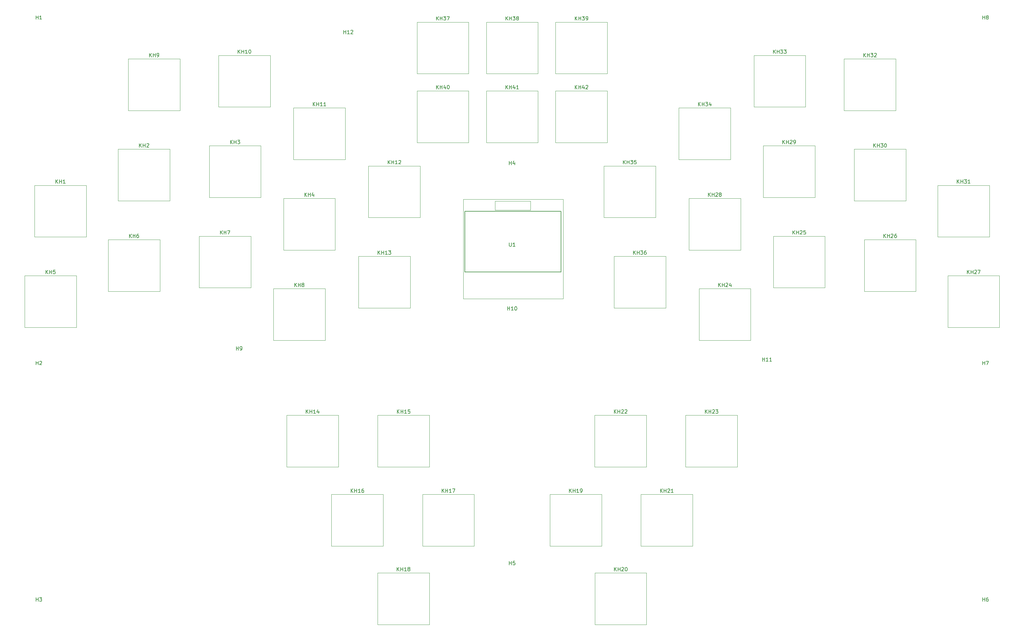
<source format=gbr>
%TF.GenerationSoftware,KiCad,Pcbnew,(7.0.0)*%
%TF.CreationDate,2024-07-28T23:05:56-04:00*%
%TF.ProjectId,ZBox3-0,5a426f78-332d-4302-9e6b-696361645f70,rev?*%
%TF.SameCoordinates,Original*%
%TF.FileFunction,Legend,Top*%
%TF.FilePolarity,Positive*%
%FSLAX46Y46*%
G04 Gerber Fmt 4.6, Leading zero omitted, Abs format (unit mm)*
G04 Created by KiCad (PCBNEW (7.0.0)) date 2024-07-28 23:05:56*
%MOMM*%
%LPD*%
G01*
G04 APERTURE LIST*
%ADD10C,0.200000*%
%ADD11C,0.150000*%
%ADD12C,0.120000*%
%ADD13C,1.750000*%
%ADD14C,3.200000*%
%ADD15O,1.600000X2.000000*%
%ADD16C,0.700000*%
%ADD17C,0.650000*%
%ADD18O,1.000000X1.600000*%
G04 APERTURE END LIST*
D10*
X177022000Y-108995000D02*
X203462000Y-108995000D01*
X203462000Y-108995000D02*
X203462000Y-125620000D01*
X203462000Y-125620000D02*
X177022000Y-125620000D01*
X177022000Y-125620000D02*
X177022000Y-108995000D01*
D11*
%TO.C,KH12*%
X155915905Y-95953380D02*
X155915905Y-94953380D01*
X156487333Y-95953380D02*
X156058762Y-95381952D01*
X156487333Y-94953380D02*
X155915905Y-95524809D01*
X156915905Y-95953380D02*
X156915905Y-94953380D01*
X156915905Y-95429571D02*
X157487333Y-95429571D01*
X157487333Y-95953380D02*
X157487333Y-94953380D01*
X158487333Y-95953380D02*
X157915905Y-95953380D01*
X158201619Y-95953380D02*
X158201619Y-94953380D01*
X158201619Y-94953380D02*
X158106381Y-95096238D01*
X158106381Y-95096238D02*
X158011143Y-95191476D01*
X158011143Y-95191476D02*
X157915905Y-95239095D01*
X158868286Y-95048619D02*
X158915905Y-95001000D01*
X158915905Y-95001000D02*
X159011143Y-94953380D01*
X159011143Y-94953380D02*
X159249238Y-94953380D01*
X159249238Y-94953380D02*
X159344476Y-95001000D01*
X159344476Y-95001000D02*
X159392095Y-95048619D01*
X159392095Y-95048619D02*
X159439714Y-95143857D01*
X159439714Y-95143857D02*
X159439714Y-95239095D01*
X159439714Y-95239095D02*
X159392095Y-95381952D01*
X159392095Y-95381952D02*
X158820667Y-95953380D01*
X158820667Y-95953380D02*
X159439714Y-95953380D01*
%TO.C,H4*%
X189238095Y-96167380D02*
X189238095Y-95167380D01*
X189238095Y-95643571D02*
X189809523Y-95643571D01*
X189809523Y-96167380D02*
X189809523Y-95167380D01*
X190714285Y-95500714D02*
X190714285Y-96167380D01*
X190476190Y-95119761D02*
X190238095Y-95834047D01*
X190238095Y-95834047D02*
X190857142Y-95834047D01*
%TO.C,KH40*%
X169220905Y-75315380D02*
X169220905Y-74315380D01*
X169792333Y-75315380D02*
X169363762Y-74743952D01*
X169792333Y-74315380D02*
X169220905Y-74886809D01*
X170220905Y-75315380D02*
X170220905Y-74315380D01*
X170220905Y-74791571D02*
X170792333Y-74791571D01*
X170792333Y-75315380D02*
X170792333Y-74315380D01*
X171697095Y-74648714D02*
X171697095Y-75315380D01*
X171459000Y-74267761D02*
X171220905Y-74982047D01*
X171220905Y-74982047D02*
X171839952Y-74982047D01*
X172411381Y-74315380D02*
X172506619Y-74315380D01*
X172506619Y-74315380D02*
X172601857Y-74363000D01*
X172601857Y-74363000D02*
X172649476Y-74410619D01*
X172649476Y-74410619D02*
X172697095Y-74505857D01*
X172697095Y-74505857D02*
X172744714Y-74696333D01*
X172744714Y-74696333D02*
X172744714Y-74934428D01*
X172744714Y-74934428D02*
X172697095Y-75124904D01*
X172697095Y-75124904D02*
X172649476Y-75220142D01*
X172649476Y-75220142D02*
X172601857Y-75267761D01*
X172601857Y-75267761D02*
X172506619Y-75315380D01*
X172506619Y-75315380D02*
X172411381Y-75315380D01*
X172411381Y-75315380D02*
X172316143Y-75267761D01*
X172316143Y-75267761D02*
X172268524Y-75220142D01*
X172268524Y-75220142D02*
X172220905Y-75124904D01*
X172220905Y-75124904D02*
X172173286Y-74934428D01*
X172173286Y-74934428D02*
X172173286Y-74696333D01*
X172173286Y-74696333D02*
X172220905Y-74505857D01*
X172220905Y-74505857D02*
X172268524Y-74410619D01*
X172268524Y-74410619D02*
X172316143Y-74363000D01*
X172316143Y-74363000D02*
X172411381Y-74315380D01*
%TO.C,KH39*%
X207303905Y-56421380D02*
X207303905Y-55421380D01*
X207875333Y-56421380D02*
X207446762Y-55849952D01*
X207875333Y-55421380D02*
X207303905Y-55992809D01*
X208303905Y-56421380D02*
X208303905Y-55421380D01*
X208303905Y-55897571D02*
X208875333Y-55897571D01*
X208875333Y-56421380D02*
X208875333Y-55421380D01*
X209256286Y-55421380D02*
X209875333Y-55421380D01*
X209875333Y-55421380D02*
X209542000Y-55802333D01*
X209542000Y-55802333D02*
X209684857Y-55802333D01*
X209684857Y-55802333D02*
X209780095Y-55849952D01*
X209780095Y-55849952D02*
X209827714Y-55897571D01*
X209827714Y-55897571D02*
X209875333Y-55992809D01*
X209875333Y-55992809D02*
X209875333Y-56230904D01*
X209875333Y-56230904D02*
X209827714Y-56326142D01*
X209827714Y-56326142D02*
X209780095Y-56373761D01*
X209780095Y-56373761D02*
X209684857Y-56421380D01*
X209684857Y-56421380D02*
X209399143Y-56421380D01*
X209399143Y-56421380D02*
X209303905Y-56373761D01*
X209303905Y-56373761D02*
X209256286Y-56326142D01*
X210351524Y-56421380D02*
X210542000Y-56421380D01*
X210542000Y-56421380D02*
X210637238Y-56373761D01*
X210637238Y-56373761D02*
X210684857Y-56326142D01*
X210684857Y-56326142D02*
X210780095Y-56183285D01*
X210780095Y-56183285D02*
X210827714Y-55992809D01*
X210827714Y-55992809D02*
X210827714Y-55611857D01*
X210827714Y-55611857D02*
X210780095Y-55516619D01*
X210780095Y-55516619D02*
X210732476Y-55469000D01*
X210732476Y-55469000D02*
X210637238Y-55421380D01*
X210637238Y-55421380D02*
X210446762Y-55421380D01*
X210446762Y-55421380D02*
X210351524Y-55469000D01*
X210351524Y-55469000D02*
X210303905Y-55516619D01*
X210303905Y-55516619D02*
X210256286Y-55611857D01*
X210256286Y-55611857D02*
X210256286Y-55849952D01*
X210256286Y-55849952D02*
X210303905Y-55945190D01*
X210303905Y-55945190D02*
X210351524Y-55992809D01*
X210351524Y-55992809D02*
X210446762Y-56040428D01*
X210446762Y-56040428D02*
X210637238Y-56040428D01*
X210637238Y-56040428D02*
X210732476Y-55992809D01*
X210732476Y-55992809D02*
X210780095Y-55945190D01*
X210780095Y-55945190D02*
X210827714Y-55849952D01*
%TO.C,KH32*%
X286554905Y-66512380D02*
X286554905Y-65512380D01*
X287126333Y-66512380D02*
X286697762Y-65940952D01*
X287126333Y-65512380D02*
X286554905Y-66083809D01*
X287554905Y-66512380D02*
X287554905Y-65512380D01*
X287554905Y-65988571D02*
X288126333Y-65988571D01*
X288126333Y-66512380D02*
X288126333Y-65512380D01*
X288507286Y-65512380D02*
X289126333Y-65512380D01*
X289126333Y-65512380D02*
X288793000Y-65893333D01*
X288793000Y-65893333D02*
X288935857Y-65893333D01*
X288935857Y-65893333D02*
X289031095Y-65940952D01*
X289031095Y-65940952D02*
X289078714Y-65988571D01*
X289078714Y-65988571D02*
X289126333Y-66083809D01*
X289126333Y-66083809D02*
X289126333Y-66321904D01*
X289126333Y-66321904D02*
X289078714Y-66417142D01*
X289078714Y-66417142D02*
X289031095Y-66464761D01*
X289031095Y-66464761D02*
X288935857Y-66512380D01*
X288935857Y-66512380D02*
X288650143Y-66512380D01*
X288650143Y-66512380D02*
X288554905Y-66464761D01*
X288554905Y-66464761D02*
X288507286Y-66417142D01*
X289507286Y-65607619D02*
X289554905Y-65560000D01*
X289554905Y-65560000D02*
X289650143Y-65512380D01*
X289650143Y-65512380D02*
X289888238Y-65512380D01*
X289888238Y-65512380D02*
X289983476Y-65560000D01*
X289983476Y-65560000D02*
X290031095Y-65607619D01*
X290031095Y-65607619D02*
X290078714Y-65702857D01*
X290078714Y-65702857D02*
X290078714Y-65798095D01*
X290078714Y-65798095D02*
X290031095Y-65940952D01*
X290031095Y-65940952D02*
X289459667Y-66512380D01*
X289459667Y-66512380D02*
X290078714Y-66512380D01*
%TO.C,H3*%
X59238095Y-216167380D02*
X59238095Y-215167380D01*
X59238095Y-215643571D02*
X59809523Y-215643571D01*
X59809523Y-216167380D02*
X59809523Y-215167380D01*
X60190476Y-215167380D02*
X60809523Y-215167380D01*
X60809523Y-215167380D02*
X60476190Y-215548333D01*
X60476190Y-215548333D02*
X60619047Y-215548333D01*
X60619047Y-215548333D02*
X60714285Y-215595952D01*
X60714285Y-215595952D02*
X60761904Y-215643571D01*
X60761904Y-215643571D02*
X60809523Y-215738809D01*
X60809523Y-215738809D02*
X60809523Y-215976904D01*
X60809523Y-215976904D02*
X60761904Y-216072142D01*
X60761904Y-216072142D02*
X60714285Y-216119761D01*
X60714285Y-216119761D02*
X60619047Y-216167380D01*
X60619047Y-216167380D02*
X60333333Y-216167380D01*
X60333333Y-216167380D02*
X60238095Y-216119761D01*
X60238095Y-216119761D02*
X60190476Y-216072142D01*
%TO.C,H8*%
X319238095Y-56167380D02*
X319238095Y-55167380D01*
X319238095Y-55643571D02*
X319809523Y-55643571D01*
X319809523Y-56167380D02*
X319809523Y-55167380D01*
X320428571Y-55595952D02*
X320333333Y-55548333D01*
X320333333Y-55548333D02*
X320285714Y-55500714D01*
X320285714Y-55500714D02*
X320238095Y-55405476D01*
X320238095Y-55405476D02*
X320238095Y-55357857D01*
X320238095Y-55357857D02*
X320285714Y-55262619D01*
X320285714Y-55262619D02*
X320333333Y-55215000D01*
X320333333Y-55215000D02*
X320428571Y-55167380D01*
X320428571Y-55167380D02*
X320619047Y-55167380D01*
X320619047Y-55167380D02*
X320714285Y-55215000D01*
X320714285Y-55215000D02*
X320761904Y-55262619D01*
X320761904Y-55262619D02*
X320809523Y-55357857D01*
X320809523Y-55357857D02*
X320809523Y-55405476D01*
X320809523Y-55405476D02*
X320761904Y-55500714D01*
X320761904Y-55500714D02*
X320714285Y-55548333D01*
X320714285Y-55548333D02*
X320619047Y-55595952D01*
X320619047Y-55595952D02*
X320428571Y-55595952D01*
X320428571Y-55595952D02*
X320333333Y-55643571D01*
X320333333Y-55643571D02*
X320285714Y-55691190D01*
X320285714Y-55691190D02*
X320238095Y-55786428D01*
X320238095Y-55786428D02*
X320238095Y-55976904D01*
X320238095Y-55976904D02*
X320285714Y-56072142D01*
X320285714Y-56072142D02*
X320333333Y-56119761D01*
X320333333Y-56119761D02*
X320428571Y-56167380D01*
X320428571Y-56167380D02*
X320619047Y-56167380D01*
X320619047Y-56167380D02*
X320714285Y-56119761D01*
X320714285Y-56119761D02*
X320761904Y-56072142D01*
X320761904Y-56072142D02*
X320809523Y-55976904D01*
X320809523Y-55976904D02*
X320809523Y-55786428D01*
X320809523Y-55786428D02*
X320761904Y-55691190D01*
X320761904Y-55691190D02*
X320714285Y-55643571D01*
X320714285Y-55643571D02*
X320619047Y-55595952D01*
%TO.C,H1*%
X59238095Y-56167380D02*
X59238095Y-55167380D01*
X59238095Y-55643571D02*
X59809523Y-55643571D01*
X59809523Y-56167380D02*
X59809523Y-55167380D01*
X60809523Y-56167380D02*
X60238095Y-56167380D01*
X60523809Y-56167380D02*
X60523809Y-55167380D01*
X60523809Y-55167380D02*
X60428571Y-55310238D01*
X60428571Y-55310238D02*
X60333333Y-55405476D01*
X60333333Y-55405476D02*
X60238095Y-55453095D01*
%TO.C,KH11*%
X135319905Y-80012380D02*
X135319905Y-79012380D01*
X135891333Y-80012380D02*
X135462762Y-79440952D01*
X135891333Y-79012380D02*
X135319905Y-79583809D01*
X136319905Y-80012380D02*
X136319905Y-79012380D01*
X136319905Y-79488571D02*
X136891333Y-79488571D01*
X136891333Y-80012380D02*
X136891333Y-79012380D01*
X137891333Y-80012380D02*
X137319905Y-80012380D01*
X137605619Y-80012380D02*
X137605619Y-79012380D01*
X137605619Y-79012380D02*
X137510381Y-79155238D01*
X137510381Y-79155238D02*
X137415143Y-79250476D01*
X137415143Y-79250476D02*
X137319905Y-79298095D01*
X138843714Y-80012380D02*
X138272286Y-80012380D01*
X138558000Y-80012380D02*
X138558000Y-79012380D01*
X138558000Y-79012380D02*
X138462762Y-79155238D01*
X138462762Y-79155238D02*
X138367524Y-79250476D01*
X138367524Y-79250476D02*
X138272286Y-79298095D01*
%TO.C,KH27*%
X315029905Y-126128380D02*
X315029905Y-125128380D01*
X315601333Y-126128380D02*
X315172762Y-125556952D01*
X315601333Y-125128380D02*
X315029905Y-125699809D01*
X316029905Y-126128380D02*
X316029905Y-125128380D01*
X316029905Y-125604571D02*
X316601333Y-125604571D01*
X316601333Y-126128380D02*
X316601333Y-125128380D01*
X317029905Y-125223619D02*
X317077524Y-125176000D01*
X317077524Y-125176000D02*
X317172762Y-125128380D01*
X317172762Y-125128380D02*
X317410857Y-125128380D01*
X317410857Y-125128380D02*
X317506095Y-125176000D01*
X317506095Y-125176000D02*
X317553714Y-125223619D01*
X317553714Y-125223619D02*
X317601333Y-125318857D01*
X317601333Y-125318857D02*
X317601333Y-125414095D01*
X317601333Y-125414095D02*
X317553714Y-125556952D01*
X317553714Y-125556952D02*
X316982286Y-126128380D01*
X316982286Y-126128380D02*
X317601333Y-126128380D01*
X317934667Y-125128380D02*
X318601333Y-125128380D01*
X318601333Y-125128380D02*
X318172762Y-126128380D01*
%TO.C,KH17*%
X170744905Y-186282380D02*
X170744905Y-185282380D01*
X171316333Y-186282380D02*
X170887762Y-185710952D01*
X171316333Y-185282380D02*
X170744905Y-185853809D01*
X171744905Y-186282380D02*
X171744905Y-185282380D01*
X171744905Y-185758571D02*
X172316333Y-185758571D01*
X172316333Y-186282380D02*
X172316333Y-185282380D01*
X173316333Y-186282380D02*
X172744905Y-186282380D01*
X173030619Y-186282380D02*
X173030619Y-185282380D01*
X173030619Y-185282380D02*
X172935381Y-185425238D01*
X172935381Y-185425238D02*
X172840143Y-185520476D01*
X172840143Y-185520476D02*
X172744905Y-185568095D01*
X173649667Y-185282380D02*
X174316333Y-185282380D01*
X174316333Y-185282380D02*
X173887762Y-186282380D01*
%TO.C,KH7*%
X109863095Y-115260380D02*
X109863095Y-114260380D01*
X110434523Y-115260380D02*
X110005952Y-114688952D01*
X110434523Y-114260380D02*
X109863095Y-114831809D01*
X110863095Y-115260380D02*
X110863095Y-114260380D01*
X110863095Y-114736571D02*
X111434523Y-114736571D01*
X111434523Y-115260380D02*
X111434523Y-114260380D01*
X111815476Y-114260380D02*
X112482142Y-114260380D01*
X112482142Y-114260380D02*
X112053571Y-115260380D01*
%TO.C,KH19*%
X205743905Y-186282380D02*
X205743905Y-185282380D01*
X206315333Y-186282380D02*
X205886762Y-185710952D01*
X206315333Y-185282380D02*
X205743905Y-185853809D01*
X206743905Y-186282380D02*
X206743905Y-185282380D01*
X206743905Y-185758571D02*
X207315333Y-185758571D01*
X207315333Y-186282380D02*
X207315333Y-185282380D01*
X208315333Y-186282380D02*
X207743905Y-186282380D01*
X208029619Y-186282380D02*
X208029619Y-185282380D01*
X208029619Y-185282380D02*
X207934381Y-185425238D01*
X207934381Y-185425238D02*
X207839143Y-185520476D01*
X207839143Y-185520476D02*
X207743905Y-185568095D01*
X208791524Y-186282380D02*
X208982000Y-186282380D01*
X208982000Y-186282380D02*
X209077238Y-186234761D01*
X209077238Y-186234761D02*
X209124857Y-186187142D01*
X209124857Y-186187142D02*
X209220095Y-186044285D01*
X209220095Y-186044285D02*
X209267714Y-185853809D01*
X209267714Y-185853809D02*
X209267714Y-185472857D01*
X209267714Y-185472857D02*
X209220095Y-185377619D01*
X209220095Y-185377619D02*
X209172476Y-185330000D01*
X209172476Y-185330000D02*
X209077238Y-185282380D01*
X209077238Y-185282380D02*
X208886762Y-185282380D01*
X208886762Y-185282380D02*
X208791524Y-185330000D01*
X208791524Y-185330000D02*
X208743905Y-185377619D01*
X208743905Y-185377619D02*
X208696286Y-185472857D01*
X208696286Y-185472857D02*
X208696286Y-185710952D01*
X208696286Y-185710952D02*
X208743905Y-185806190D01*
X208743905Y-185806190D02*
X208791524Y-185853809D01*
X208791524Y-185853809D02*
X208886762Y-185901428D01*
X208886762Y-185901428D02*
X209077238Y-185901428D01*
X209077238Y-185901428D02*
X209172476Y-185853809D01*
X209172476Y-185853809D02*
X209220095Y-185806190D01*
X209220095Y-185806190D02*
X209267714Y-185710952D01*
%TO.C,H6*%
X319238095Y-216167380D02*
X319238095Y-215167380D01*
X319238095Y-215643571D02*
X319809523Y-215643571D01*
X319809523Y-216167380D02*
X319809523Y-215167380D01*
X320714285Y-215167380D02*
X320523809Y-215167380D01*
X320523809Y-215167380D02*
X320428571Y-215215000D01*
X320428571Y-215215000D02*
X320380952Y-215262619D01*
X320380952Y-215262619D02*
X320285714Y-215405476D01*
X320285714Y-215405476D02*
X320238095Y-215595952D01*
X320238095Y-215595952D02*
X320238095Y-215976904D01*
X320238095Y-215976904D02*
X320285714Y-216072142D01*
X320285714Y-216072142D02*
X320333333Y-216119761D01*
X320333333Y-216119761D02*
X320428571Y-216167380D01*
X320428571Y-216167380D02*
X320619047Y-216167380D01*
X320619047Y-216167380D02*
X320714285Y-216119761D01*
X320714285Y-216119761D02*
X320761904Y-216072142D01*
X320761904Y-216072142D02*
X320809523Y-215976904D01*
X320809523Y-215976904D02*
X320809523Y-215738809D01*
X320809523Y-215738809D02*
X320761904Y-215643571D01*
X320761904Y-215643571D02*
X320714285Y-215595952D01*
X320714285Y-215595952D02*
X320619047Y-215548333D01*
X320619047Y-215548333D02*
X320428571Y-215548333D01*
X320428571Y-215548333D02*
X320333333Y-215595952D01*
X320333333Y-215595952D02*
X320285714Y-215643571D01*
X320285714Y-215643571D02*
X320238095Y-215738809D01*
%TO.C,KH10*%
X114711905Y-65567380D02*
X114711905Y-64567380D01*
X115283333Y-65567380D02*
X114854762Y-64995952D01*
X115283333Y-64567380D02*
X114711905Y-65138809D01*
X115711905Y-65567380D02*
X115711905Y-64567380D01*
X115711905Y-65043571D02*
X116283333Y-65043571D01*
X116283333Y-65567380D02*
X116283333Y-64567380D01*
X117283333Y-65567380D02*
X116711905Y-65567380D01*
X116997619Y-65567380D02*
X116997619Y-64567380D01*
X116997619Y-64567380D02*
X116902381Y-64710238D01*
X116902381Y-64710238D02*
X116807143Y-64805476D01*
X116807143Y-64805476D02*
X116711905Y-64853095D01*
X117902381Y-64567380D02*
X117997619Y-64567380D01*
X117997619Y-64567380D02*
X118092857Y-64615000D01*
X118092857Y-64615000D02*
X118140476Y-64662619D01*
X118140476Y-64662619D02*
X118188095Y-64757857D01*
X118188095Y-64757857D02*
X118235714Y-64948333D01*
X118235714Y-64948333D02*
X118235714Y-65186428D01*
X118235714Y-65186428D02*
X118188095Y-65376904D01*
X118188095Y-65376904D02*
X118140476Y-65472142D01*
X118140476Y-65472142D02*
X118092857Y-65519761D01*
X118092857Y-65519761D02*
X117997619Y-65567380D01*
X117997619Y-65567380D02*
X117902381Y-65567380D01*
X117902381Y-65567380D02*
X117807143Y-65519761D01*
X117807143Y-65519761D02*
X117759524Y-65472142D01*
X117759524Y-65472142D02*
X117711905Y-65376904D01*
X117711905Y-65376904D02*
X117664286Y-65186428D01*
X117664286Y-65186428D02*
X117664286Y-64948333D01*
X117664286Y-64948333D02*
X117711905Y-64757857D01*
X117711905Y-64757857D02*
X117759524Y-64662619D01*
X117759524Y-64662619D02*
X117807143Y-64615000D01*
X117807143Y-64615000D02*
X117902381Y-64567380D01*
%TO.C,KH25*%
X267101905Y-115260380D02*
X267101905Y-114260380D01*
X267673333Y-115260380D02*
X267244762Y-114688952D01*
X267673333Y-114260380D02*
X267101905Y-114831809D01*
X268101905Y-115260380D02*
X268101905Y-114260380D01*
X268101905Y-114736571D02*
X268673333Y-114736571D01*
X268673333Y-115260380D02*
X268673333Y-114260380D01*
X269101905Y-114355619D02*
X269149524Y-114308000D01*
X269149524Y-114308000D02*
X269244762Y-114260380D01*
X269244762Y-114260380D02*
X269482857Y-114260380D01*
X269482857Y-114260380D02*
X269578095Y-114308000D01*
X269578095Y-114308000D02*
X269625714Y-114355619D01*
X269625714Y-114355619D02*
X269673333Y-114450857D01*
X269673333Y-114450857D02*
X269673333Y-114546095D01*
X269673333Y-114546095D02*
X269625714Y-114688952D01*
X269625714Y-114688952D02*
X269054286Y-115260380D01*
X269054286Y-115260380D02*
X269673333Y-115260380D01*
X270578095Y-114260380D02*
X270101905Y-114260380D01*
X270101905Y-114260380D02*
X270054286Y-114736571D01*
X270054286Y-114736571D02*
X270101905Y-114688952D01*
X270101905Y-114688952D02*
X270197143Y-114641333D01*
X270197143Y-114641333D02*
X270435238Y-114641333D01*
X270435238Y-114641333D02*
X270530476Y-114688952D01*
X270530476Y-114688952D02*
X270578095Y-114736571D01*
X270578095Y-114736571D02*
X270625714Y-114831809D01*
X270625714Y-114831809D02*
X270625714Y-115069904D01*
X270625714Y-115069904D02*
X270578095Y-115165142D01*
X270578095Y-115165142D02*
X270530476Y-115212761D01*
X270530476Y-115212761D02*
X270435238Y-115260380D01*
X270435238Y-115260380D02*
X270197143Y-115260380D01*
X270197143Y-115260380D02*
X270101905Y-115212761D01*
X270101905Y-115212761D02*
X270054286Y-115165142D01*
%TO.C,KH26*%
X292083905Y-116205380D02*
X292083905Y-115205380D01*
X292655333Y-116205380D02*
X292226762Y-115633952D01*
X292655333Y-115205380D02*
X292083905Y-115776809D01*
X293083905Y-116205380D02*
X293083905Y-115205380D01*
X293083905Y-115681571D02*
X293655333Y-115681571D01*
X293655333Y-116205380D02*
X293655333Y-115205380D01*
X294083905Y-115300619D02*
X294131524Y-115253000D01*
X294131524Y-115253000D02*
X294226762Y-115205380D01*
X294226762Y-115205380D02*
X294464857Y-115205380D01*
X294464857Y-115205380D02*
X294560095Y-115253000D01*
X294560095Y-115253000D02*
X294607714Y-115300619D01*
X294607714Y-115300619D02*
X294655333Y-115395857D01*
X294655333Y-115395857D02*
X294655333Y-115491095D01*
X294655333Y-115491095D02*
X294607714Y-115633952D01*
X294607714Y-115633952D02*
X294036286Y-116205380D01*
X294036286Y-116205380D02*
X294655333Y-116205380D01*
X295512476Y-115205380D02*
X295322000Y-115205380D01*
X295322000Y-115205380D02*
X295226762Y-115253000D01*
X295226762Y-115253000D02*
X295179143Y-115300619D01*
X295179143Y-115300619D02*
X295083905Y-115443476D01*
X295083905Y-115443476D02*
X295036286Y-115633952D01*
X295036286Y-115633952D02*
X295036286Y-116014904D01*
X295036286Y-116014904D02*
X295083905Y-116110142D01*
X295083905Y-116110142D02*
X295131524Y-116157761D01*
X295131524Y-116157761D02*
X295226762Y-116205380D01*
X295226762Y-116205380D02*
X295417238Y-116205380D01*
X295417238Y-116205380D02*
X295512476Y-116157761D01*
X295512476Y-116157761D02*
X295560095Y-116110142D01*
X295560095Y-116110142D02*
X295607714Y-116014904D01*
X295607714Y-116014904D02*
X295607714Y-115776809D01*
X295607714Y-115776809D02*
X295560095Y-115681571D01*
X295560095Y-115681571D02*
X295512476Y-115633952D01*
X295512476Y-115633952D02*
X295417238Y-115586333D01*
X295417238Y-115586333D02*
X295226762Y-115586333D01*
X295226762Y-115586333D02*
X295131524Y-115633952D01*
X295131524Y-115633952D02*
X295083905Y-115681571D01*
X295083905Y-115681571D02*
X295036286Y-115776809D01*
%TO.C,KH3*%
X112628095Y-90414380D02*
X112628095Y-89414380D01*
X113199523Y-90414380D02*
X112770952Y-89842952D01*
X113199523Y-89414380D02*
X112628095Y-89985809D01*
X113628095Y-90414380D02*
X113628095Y-89414380D01*
X113628095Y-89890571D02*
X114199523Y-89890571D01*
X114199523Y-90414380D02*
X114199523Y-89414380D01*
X114580476Y-89414380D02*
X115199523Y-89414380D01*
X115199523Y-89414380D02*
X114866190Y-89795333D01*
X114866190Y-89795333D02*
X115009047Y-89795333D01*
X115009047Y-89795333D02*
X115104285Y-89842952D01*
X115104285Y-89842952D02*
X115151904Y-89890571D01*
X115151904Y-89890571D02*
X115199523Y-89985809D01*
X115199523Y-89985809D02*
X115199523Y-90223904D01*
X115199523Y-90223904D02*
X115151904Y-90319142D01*
X115151904Y-90319142D02*
X115104285Y-90366761D01*
X115104285Y-90366761D02*
X115009047Y-90414380D01*
X115009047Y-90414380D02*
X114723333Y-90414380D01*
X114723333Y-90414380D02*
X114628095Y-90366761D01*
X114628095Y-90366761D02*
X114580476Y-90319142D01*
%TO.C,H11*%
X258761905Y-150167380D02*
X258761905Y-149167380D01*
X258761905Y-149643571D02*
X259333333Y-149643571D01*
X259333333Y-150167380D02*
X259333333Y-149167380D01*
X260333333Y-150167380D02*
X259761905Y-150167380D01*
X260047619Y-150167380D02*
X260047619Y-149167380D01*
X260047619Y-149167380D02*
X259952381Y-149310238D01*
X259952381Y-149310238D02*
X259857143Y-149405476D01*
X259857143Y-149405476D02*
X259761905Y-149453095D01*
X261285714Y-150167380D02*
X260714286Y-150167380D01*
X261000000Y-150167380D02*
X261000000Y-149167380D01*
X261000000Y-149167380D02*
X260904762Y-149310238D01*
X260904762Y-149310238D02*
X260809524Y-149405476D01*
X260809524Y-149405476D02*
X260714286Y-149453095D01*
%TO.C,H5*%
X189238095Y-206167380D02*
X189238095Y-205167380D01*
X189238095Y-205643571D02*
X189809523Y-205643571D01*
X189809523Y-206167380D02*
X189809523Y-205167380D01*
X190761904Y-205167380D02*
X190285714Y-205167380D01*
X190285714Y-205167380D02*
X190238095Y-205643571D01*
X190238095Y-205643571D02*
X190285714Y-205595952D01*
X190285714Y-205595952D02*
X190380952Y-205548333D01*
X190380952Y-205548333D02*
X190619047Y-205548333D01*
X190619047Y-205548333D02*
X190714285Y-205595952D01*
X190714285Y-205595952D02*
X190761904Y-205643571D01*
X190761904Y-205643571D02*
X190809523Y-205738809D01*
X190809523Y-205738809D02*
X190809523Y-205976904D01*
X190809523Y-205976904D02*
X190761904Y-206072142D01*
X190761904Y-206072142D02*
X190714285Y-206119761D01*
X190714285Y-206119761D02*
X190619047Y-206167380D01*
X190619047Y-206167380D02*
X190380952Y-206167380D01*
X190380952Y-206167380D02*
X190285714Y-206119761D01*
X190285714Y-206119761D02*
X190238095Y-206072142D01*
%TO.C,KH18*%
X158405905Y-207838380D02*
X158405905Y-206838380D01*
X158977333Y-207838380D02*
X158548762Y-207266952D01*
X158977333Y-206838380D02*
X158405905Y-207409809D01*
X159405905Y-207838380D02*
X159405905Y-206838380D01*
X159405905Y-207314571D02*
X159977333Y-207314571D01*
X159977333Y-207838380D02*
X159977333Y-206838380D01*
X160977333Y-207838380D02*
X160405905Y-207838380D01*
X160691619Y-207838380D02*
X160691619Y-206838380D01*
X160691619Y-206838380D02*
X160596381Y-206981238D01*
X160596381Y-206981238D02*
X160501143Y-207076476D01*
X160501143Y-207076476D02*
X160405905Y-207124095D01*
X161548762Y-207266952D02*
X161453524Y-207219333D01*
X161453524Y-207219333D02*
X161405905Y-207171714D01*
X161405905Y-207171714D02*
X161358286Y-207076476D01*
X161358286Y-207076476D02*
X161358286Y-207028857D01*
X161358286Y-207028857D02*
X161405905Y-206933619D01*
X161405905Y-206933619D02*
X161453524Y-206886000D01*
X161453524Y-206886000D02*
X161548762Y-206838380D01*
X161548762Y-206838380D02*
X161739238Y-206838380D01*
X161739238Y-206838380D02*
X161834476Y-206886000D01*
X161834476Y-206886000D02*
X161882095Y-206933619D01*
X161882095Y-206933619D02*
X161929714Y-207028857D01*
X161929714Y-207028857D02*
X161929714Y-207076476D01*
X161929714Y-207076476D02*
X161882095Y-207171714D01*
X161882095Y-207171714D02*
X161834476Y-207219333D01*
X161834476Y-207219333D02*
X161739238Y-207266952D01*
X161739238Y-207266952D02*
X161548762Y-207266952D01*
X161548762Y-207266952D02*
X161453524Y-207314571D01*
X161453524Y-207314571D02*
X161405905Y-207362190D01*
X161405905Y-207362190D02*
X161358286Y-207457428D01*
X161358286Y-207457428D02*
X161358286Y-207647904D01*
X161358286Y-207647904D02*
X161405905Y-207743142D01*
X161405905Y-207743142D02*
X161453524Y-207790761D01*
X161453524Y-207790761D02*
X161548762Y-207838380D01*
X161548762Y-207838380D02*
X161739238Y-207838380D01*
X161739238Y-207838380D02*
X161834476Y-207790761D01*
X161834476Y-207790761D02*
X161882095Y-207743142D01*
X161882095Y-207743142D02*
X161929714Y-207647904D01*
X161929714Y-207647904D02*
X161929714Y-207457428D01*
X161929714Y-207457428D02*
X161882095Y-207362190D01*
X161882095Y-207362190D02*
X161834476Y-207314571D01*
X161834476Y-207314571D02*
X161739238Y-207266952D01*
%TO.C,KH38*%
X188261905Y-56421380D02*
X188261905Y-55421380D01*
X188833333Y-56421380D02*
X188404762Y-55849952D01*
X188833333Y-55421380D02*
X188261905Y-55992809D01*
X189261905Y-56421380D02*
X189261905Y-55421380D01*
X189261905Y-55897571D02*
X189833333Y-55897571D01*
X189833333Y-56421380D02*
X189833333Y-55421380D01*
X190214286Y-55421380D02*
X190833333Y-55421380D01*
X190833333Y-55421380D02*
X190500000Y-55802333D01*
X190500000Y-55802333D02*
X190642857Y-55802333D01*
X190642857Y-55802333D02*
X190738095Y-55849952D01*
X190738095Y-55849952D02*
X190785714Y-55897571D01*
X190785714Y-55897571D02*
X190833333Y-55992809D01*
X190833333Y-55992809D02*
X190833333Y-56230904D01*
X190833333Y-56230904D02*
X190785714Y-56326142D01*
X190785714Y-56326142D02*
X190738095Y-56373761D01*
X190738095Y-56373761D02*
X190642857Y-56421380D01*
X190642857Y-56421380D02*
X190357143Y-56421380D01*
X190357143Y-56421380D02*
X190261905Y-56373761D01*
X190261905Y-56373761D02*
X190214286Y-56326142D01*
X191404762Y-55849952D02*
X191309524Y-55802333D01*
X191309524Y-55802333D02*
X191261905Y-55754714D01*
X191261905Y-55754714D02*
X191214286Y-55659476D01*
X191214286Y-55659476D02*
X191214286Y-55611857D01*
X191214286Y-55611857D02*
X191261905Y-55516619D01*
X191261905Y-55516619D02*
X191309524Y-55469000D01*
X191309524Y-55469000D02*
X191404762Y-55421380D01*
X191404762Y-55421380D02*
X191595238Y-55421380D01*
X191595238Y-55421380D02*
X191690476Y-55469000D01*
X191690476Y-55469000D02*
X191738095Y-55516619D01*
X191738095Y-55516619D02*
X191785714Y-55611857D01*
X191785714Y-55611857D02*
X191785714Y-55659476D01*
X191785714Y-55659476D02*
X191738095Y-55754714D01*
X191738095Y-55754714D02*
X191690476Y-55802333D01*
X191690476Y-55802333D02*
X191595238Y-55849952D01*
X191595238Y-55849952D02*
X191404762Y-55849952D01*
X191404762Y-55849952D02*
X191309524Y-55897571D01*
X191309524Y-55897571D02*
X191261905Y-55945190D01*
X191261905Y-55945190D02*
X191214286Y-56040428D01*
X191214286Y-56040428D02*
X191214286Y-56230904D01*
X191214286Y-56230904D02*
X191261905Y-56326142D01*
X191261905Y-56326142D02*
X191309524Y-56373761D01*
X191309524Y-56373761D02*
X191404762Y-56421380D01*
X191404762Y-56421380D02*
X191595238Y-56421380D01*
X191595238Y-56421380D02*
X191690476Y-56373761D01*
X191690476Y-56373761D02*
X191738095Y-56326142D01*
X191738095Y-56326142D02*
X191785714Y-56230904D01*
X191785714Y-56230904D02*
X191785714Y-56040428D01*
X191785714Y-56040428D02*
X191738095Y-55945190D01*
X191738095Y-55945190D02*
X191690476Y-55897571D01*
X191690476Y-55897571D02*
X191595238Y-55849952D01*
%TO.C,KH14*%
X133449905Y-164514380D02*
X133449905Y-163514380D01*
X134021333Y-164514380D02*
X133592762Y-163942952D01*
X134021333Y-163514380D02*
X133449905Y-164085809D01*
X134449905Y-164514380D02*
X134449905Y-163514380D01*
X134449905Y-163990571D02*
X135021333Y-163990571D01*
X135021333Y-164514380D02*
X135021333Y-163514380D01*
X136021333Y-164514380D02*
X135449905Y-164514380D01*
X135735619Y-164514380D02*
X135735619Y-163514380D01*
X135735619Y-163514380D02*
X135640381Y-163657238D01*
X135640381Y-163657238D02*
X135545143Y-163752476D01*
X135545143Y-163752476D02*
X135449905Y-163800095D01*
X136878476Y-163847714D02*
X136878476Y-164514380D01*
X136640381Y-163466761D02*
X136402286Y-164181047D01*
X136402286Y-164181047D02*
X137021333Y-164181047D01*
%TO.C,KH6*%
X84880095Y-116205380D02*
X84880095Y-115205380D01*
X85451523Y-116205380D02*
X85022952Y-115633952D01*
X85451523Y-115205380D02*
X84880095Y-115776809D01*
X85880095Y-116205380D02*
X85880095Y-115205380D01*
X85880095Y-115681571D02*
X86451523Y-115681571D01*
X86451523Y-116205380D02*
X86451523Y-115205380D01*
X87356285Y-115205380D02*
X87165809Y-115205380D01*
X87165809Y-115205380D02*
X87070571Y-115253000D01*
X87070571Y-115253000D02*
X87022952Y-115300619D01*
X87022952Y-115300619D02*
X86927714Y-115443476D01*
X86927714Y-115443476D02*
X86880095Y-115633952D01*
X86880095Y-115633952D02*
X86880095Y-116014904D01*
X86880095Y-116014904D02*
X86927714Y-116110142D01*
X86927714Y-116110142D02*
X86975333Y-116157761D01*
X86975333Y-116157761D02*
X87070571Y-116205380D01*
X87070571Y-116205380D02*
X87261047Y-116205380D01*
X87261047Y-116205380D02*
X87356285Y-116157761D01*
X87356285Y-116157761D02*
X87403904Y-116110142D01*
X87403904Y-116110142D02*
X87451523Y-116014904D01*
X87451523Y-116014904D02*
X87451523Y-115776809D01*
X87451523Y-115776809D02*
X87403904Y-115681571D01*
X87403904Y-115681571D02*
X87356285Y-115633952D01*
X87356285Y-115633952D02*
X87261047Y-115586333D01*
X87261047Y-115586333D02*
X87070571Y-115586333D01*
X87070571Y-115586333D02*
X86975333Y-115633952D01*
X86975333Y-115633952D02*
X86927714Y-115681571D01*
X86927714Y-115681571D02*
X86880095Y-115776809D01*
%TO.C,KH30*%
X289318905Y-91358380D02*
X289318905Y-90358380D01*
X289890333Y-91358380D02*
X289461762Y-90786952D01*
X289890333Y-90358380D02*
X289318905Y-90929809D01*
X290318905Y-91358380D02*
X290318905Y-90358380D01*
X290318905Y-90834571D02*
X290890333Y-90834571D01*
X290890333Y-91358380D02*
X290890333Y-90358380D01*
X291271286Y-90358380D02*
X291890333Y-90358380D01*
X291890333Y-90358380D02*
X291557000Y-90739333D01*
X291557000Y-90739333D02*
X291699857Y-90739333D01*
X291699857Y-90739333D02*
X291795095Y-90786952D01*
X291795095Y-90786952D02*
X291842714Y-90834571D01*
X291842714Y-90834571D02*
X291890333Y-90929809D01*
X291890333Y-90929809D02*
X291890333Y-91167904D01*
X291890333Y-91167904D02*
X291842714Y-91263142D01*
X291842714Y-91263142D02*
X291795095Y-91310761D01*
X291795095Y-91310761D02*
X291699857Y-91358380D01*
X291699857Y-91358380D02*
X291414143Y-91358380D01*
X291414143Y-91358380D02*
X291318905Y-91310761D01*
X291318905Y-91310761D02*
X291271286Y-91263142D01*
X292509381Y-90358380D02*
X292604619Y-90358380D01*
X292604619Y-90358380D02*
X292699857Y-90406000D01*
X292699857Y-90406000D02*
X292747476Y-90453619D01*
X292747476Y-90453619D02*
X292795095Y-90548857D01*
X292795095Y-90548857D02*
X292842714Y-90739333D01*
X292842714Y-90739333D02*
X292842714Y-90977428D01*
X292842714Y-90977428D02*
X292795095Y-91167904D01*
X292795095Y-91167904D02*
X292747476Y-91263142D01*
X292747476Y-91263142D02*
X292699857Y-91310761D01*
X292699857Y-91310761D02*
X292604619Y-91358380D01*
X292604619Y-91358380D02*
X292509381Y-91358380D01*
X292509381Y-91358380D02*
X292414143Y-91310761D01*
X292414143Y-91310761D02*
X292366524Y-91263142D01*
X292366524Y-91263142D02*
X292318905Y-91167904D01*
X292318905Y-91167904D02*
X292271286Y-90977428D01*
X292271286Y-90977428D02*
X292271286Y-90739333D01*
X292271286Y-90739333D02*
X292318905Y-90548857D01*
X292318905Y-90548857D02*
X292366524Y-90453619D01*
X292366524Y-90453619D02*
X292414143Y-90406000D01*
X292414143Y-90406000D02*
X292509381Y-90358380D01*
%TO.C,H10*%
X188761905Y-136167380D02*
X188761905Y-135167380D01*
X188761905Y-135643571D02*
X189333333Y-135643571D01*
X189333333Y-136167380D02*
X189333333Y-135167380D01*
X190333333Y-136167380D02*
X189761905Y-136167380D01*
X190047619Y-136167380D02*
X190047619Y-135167380D01*
X190047619Y-135167380D02*
X189952381Y-135310238D01*
X189952381Y-135310238D02*
X189857143Y-135405476D01*
X189857143Y-135405476D02*
X189761905Y-135453095D01*
X190952381Y-135167380D02*
X191047619Y-135167380D01*
X191047619Y-135167380D02*
X191142857Y-135215000D01*
X191142857Y-135215000D02*
X191190476Y-135262619D01*
X191190476Y-135262619D02*
X191238095Y-135357857D01*
X191238095Y-135357857D02*
X191285714Y-135548333D01*
X191285714Y-135548333D02*
X191285714Y-135786428D01*
X191285714Y-135786428D02*
X191238095Y-135976904D01*
X191238095Y-135976904D02*
X191190476Y-136072142D01*
X191190476Y-136072142D02*
X191142857Y-136119761D01*
X191142857Y-136119761D02*
X191047619Y-136167380D01*
X191047619Y-136167380D02*
X190952381Y-136167380D01*
X190952381Y-136167380D02*
X190857143Y-136119761D01*
X190857143Y-136119761D02*
X190809524Y-136072142D01*
X190809524Y-136072142D02*
X190761905Y-135976904D01*
X190761905Y-135976904D02*
X190714286Y-135786428D01*
X190714286Y-135786428D02*
X190714286Y-135548333D01*
X190714286Y-135548333D02*
X190761905Y-135357857D01*
X190761905Y-135357857D02*
X190809524Y-135262619D01*
X190809524Y-135262619D02*
X190857143Y-135215000D01*
X190857143Y-135215000D02*
X190952381Y-135167380D01*
%TO.C,KH24*%
X246697905Y-129706380D02*
X246697905Y-128706380D01*
X247269333Y-129706380D02*
X246840762Y-129134952D01*
X247269333Y-128706380D02*
X246697905Y-129277809D01*
X247697905Y-129706380D02*
X247697905Y-128706380D01*
X247697905Y-129182571D02*
X248269333Y-129182571D01*
X248269333Y-129706380D02*
X248269333Y-128706380D01*
X248697905Y-128801619D02*
X248745524Y-128754000D01*
X248745524Y-128754000D02*
X248840762Y-128706380D01*
X248840762Y-128706380D02*
X249078857Y-128706380D01*
X249078857Y-128706380D02*
X249174095Y-128754000D01*
X249174095Y-128754000D02*
X249221714Y-128801619D01*
X249221714Y-128801619D02*
X249269333Y-128896857D01*
X249269333Y-128896857D02*
X249269333Y-128992095D01*
X249269333Y-128992095D02*
X249221714Y-129134952D01*
X249221714Y-129134952D02*
X248650286Y-129706380D01*
X248650286Y-129706380D02*
X249269333Y-129706380D01*
X250126476Y-129039714D02*
X250126476Y-129706380D01*
X249888381Y-128658761D02*
X249650286Y-129373047D01*
X249650286Y-129373047D02*
X250269333Y-129373047D01*
%TO.C,H9*%
X114238095Y-147167380D02*
X114238095Y-146167380D01*
X114238095Y-146643571D02*
X114809523Y-146643571D01*
X114809523Y-147167380D02*
X114809523Y-146167380D01*
X115333333Y-147167380D02*
X115523809Y-147167380D01*
X115523809Y-147167380D02*
X115619047Y-147119761D01*
X115619047Y-147119761D02*
X115666666Y-147072142D01*
X115666666Y-147072142D02*
X115761904Y-146929285D01*
X115761904Y-146929285D02*
X115809523Y-146738809D01*
X115809523Y-146738809D02*
X115809523Y-146357857D01*
X115809523Y-146357857D02*
X115761904Y-146262619D01*
X115761904Y-146262619D02*
X115714285Y-146215000D01*
X115714285Y-146215000D02*
X115619047Y-146167380D01*
X115619047Y-146167380D02*
X115428571Y-146167380D01*
X115428571Y-146167380D02*
X115333333Y-146215000D01*
X115333333Y-146215000D02*
X115285714Y-146262619D01*
X115285714Y-146262619D02*
X115238095Y-146357857D01*
X115238095Y-146357857D02*
X115238095Y-146595952D01*
X115238095Y-146595952D02*
X115285714Y-146691190D01*
X115285714Y-146691190D02*
X115333333Y-146738809D01*
X115333333Y-146738809D02*
X115428571Y-146786428D01*
X115428571Y-146786428D02*
X115619047Y-146786428D01*
X115619047Y-146786428D02*
X115714285Y-146738809D01*
X115714285Y-146738809D02*
X115761904Y-146691190D01*
X115761904Y-146691190D02*
X115809523Y-146595952D01*
%TO.C,KH42*%
X207303905Y-75315380D02*
X207303905Y-74315380D01*
X207875333Y-75315380D02*
X207446762Y-74743952D01*
X207875333Y-74315380D02*
X207303905Y-74886809D01*
X208303905Y-75315380D02*
X208303905Y-74315380D01*
X208303905Y-74791571D02*
X208875333Y-74791571D01*
X208875333Y-75315380D02*
X208875333Y-74315380D01*
X209780095Y-74648714D02*
X209780095Y-75315380D01*
X209542000Y-74267761D02*
X209303905Y-74982047D01*
X209303905Y-74982047D02*
X209922952Y-74982047D01*
X210256286Y-74410619D02*
X210303905Y-74363000D01*
X210303905Y-74363000D02*
X210399143Y-74315380D01*
X210399143Y-74315380D02*
X210637238Y-74315380D01*
X210637238Y-74315380D02*
X210732476Y-74363000D01*
X210732476Y-74363000D02*
X210780095Y-74410619D01*
X210780095Y-74410619D02*
X210827714Y-74505857D01*
X210827714Y-74505857D02*
X210827714Y-74601095D01*
X210827714Y-74601095D02*
X210780095Y-74743952D01*
X210780095Y-74743952D02*
X210208667Y-75315380D01*
X210208667Y-75315380D02*
X210827714Y-75315380D01*
%TO.C,KH31*%
X312264905Y-101281380D02*
X312264905Y-100281380D01*
X312836333Y-101281380D02*
X312407762Y-100709952D01*
X312836333Y-100281380D02*
X312264905Y-100852809D01*
X313264905Y-101281380D02*
X313264905Y-100281380D01*
X313264905Y-100757571D02*
X313836333Y-100757571D01*
X313836333Y-101281380D02*
X313836333Y-100281380D01*
X314217286Y-100281380D02*
X314836333Y-100281380D01*
X314836333Y-100281380D02*
X314503000Y-100662333D01*
X314503000Y-100662333D02*
X314645857Y-100662333D01*
X314645857Y-100662333D02*
X314741095Y-100709952D01*
X314741095Y-100709952D02*
X314788714Y-100757571D01*
X314788714Y-100757571D02*
X314836333Y-100852809D01*
X314836333Y-100852809D02*
X314836333Y-101090904D01*
X314836333Y-101090904D02*
X314788714Y-101186142D01*
X314788714Y-101186142D02*
X314741095Y-101233761D01*
X314741095Y-101233761D02*
X314645857Y-101281380D01*
X314645857Y-101281380D02*
X314360143Y-101281380D01*
X314360143Y-101281380D02*
X314264905Y-101233761D01*
X314264905Y-101233761D02*
X314217286Y-101186142D01*
X315788714Y-101281380D02*
X315217286Y-101281380D01*
X315503000Y-101281380D02*
X315503000Y-100281380D01*
X315503000Y-100281380D02*
X315407762Y-100424238D01*
X315407762Y-100424238D02*
X315312524Y-100519476D01*
X315312524Y-100519476D02*
X315217286Y-100567095D01*
%TO.C,KH2*%
X87645095Y-91358380D02*
X87645095Y-90358380D01*
X88216523Y-91358380D02*
X87787952Y-90786952D01*
X88216523Y-90358380D02*
X87645095Y-90929809D01*
X88645095Y-91358380D02*
X88645095Y-90358380D01*
X88645095Y-90834571D02*
X89216523Y-90834571D01*
X89216523Y-91358380D02*
X89216523Y-90358380D01*
X89645095Y-90453619D02*
X89692714Y-90406000D01*
X89692714Y-90406000D02*
X89787952Y-90358380D01*
X89787952Y-90358380D02*
X90026047Y-90358380D01*
X90026047Y-90358380D02*
X90121285Y-90406000D01*
X90121285Y-90406000D02*
X90168904Y-90453619D01*
X90168904Y-90453619D02*
X90216523Y-90548857D01*
X90216523Y-90548857D02*
X90216523Y-90644095D01*
X90216523Y-90644095D02*
X90168904Y-90786952D01*
X90168904Y-90786952D02*
X89597476Y-91358380D01*
X89597476Y-91358380D02*
X90216523Y-91358380D01*
%TO.C,KH9*%
X90409095Y-66512380D02*
X90409095Y-65512380D01*
X90980523Y-66512380D02*
X90551952Y-65940952D01*
X90980523Y-65512380D02*
X90409095Y-66083809D01*
X91409095Y-66512380D02*
X91409095Y-65512380D01*
X91409095Y-65988571D02*
X91980523Y-65988571D01*
X91980523Y-66512380D02*
X91980523Y-65512380D01*
X92504333Y-66512380D02*
X92694809Y-66512380D01*
X92694809Y-66512380D02*
X92790047Y-66464761D01*
X92790047Y-66464761D02*
X92837666Y-66417142D01*
X92837666Y-66417142D02*
X92932904Y-66274285D01*
X92932904Y-66274285D02*
X92980523Y-66083809D01*
X92980523Y-66083809D02*
X92980523Y-65702857D01*
X92980523Y-65702857D02*
X92932904Y-65607619D01*
X92932904Y-65607619D02*
X92885285Y-65560000D01*
X92885285Y-65560000D02*
X92790047Y-65512380D01*
X92790047Y-65512380D02*
X92599571Y-65512380D01*
X92599571Y-65512380D02*
X92504333Y-65560000D01*
X92504333Y-65560000D02*
X92456714Y-65607619D01*
X92456714Y-65607619D02*
X92409095Y-65702857D01*
X92409095Y-65702857D02*
X92409095Y-65940952D01*
X92409095Y-65940952D02*
X92456714Y-66036190D01*
X92456714Y-66036190D02*
X92504333Y-66083809D01*
X92504333Y-66083809D02*
X92599571Y-66131428D01*
X92599571Y-66131428D02*
X92790047Y-66131428D01*
X92790047Y-66131428D02*
X92885285Y-66083809D01*
X92885285Y-66083809D02*
X92932904Y-66036190D01*
X92932904Y-66036190D02*
X92980523Y-65940952D01*
%TO.C,KH29*%
X264336905Y-90414380D02*
X264336905Y-89414380D01*
X264908333Y-90414380D02*
X264479762Y-89842952D01*
X264908333Y-89414380D02*
X264336905Y-89985809D01*
X265336905Y-90414380D02*
X265336905Y-89414380D01*
X265336905Y-89890571D02*
X265908333Y-89890571D01*
X265908333Y-90414380D02*
X265908333Y-89414380D01*
X266336905Y-89509619D02*
X266384524Y-89462000D01*
X266384524Y-89462000D02*
X266479762Y-89414380D01*
X266479762Y-89414380D02*
X266717857Y-89414380D01*
X266717857Y-89414380D02*
X266813095Y-89462000D01*
X266813095Y-89462000D02*
X266860714Y-89509619D01*
X266860714Y-89509619D02*
X266908333Y-89604857D01*
X266908333Y-89604857D02*
X266908333Y-89700095D01*
X266908333Y-89700095D02*
X266860714Y-89842952D01*
X266860714Y-89842952D02*
X266289286Y-90414380D01*
X266289286Y-90414380D02*
X266908333Y-90414380D01*
X267384524Y-90414380D02*
X267575000Y-90414380D01*
X267575000Y-90414380D02*
X267670238Y-90366761D01*
X267670238Y-90366761D02*
X267717857Y-90319142D01*
X267717857Y-90319142D02*
X267813095Y-90176285D01*
X267813095Y-90176285D02*
X267860714Y-89985809D01*
X267860714Y-89985809D02*
X267860714Y-89604857D01*
X267860714Y-89604857D02*
X267813095Y-89509619D01*
X267813095Y-89509619D02*
X267765476Y-89462000D01*
X267765476Y-89462000D02*
X267670238Y-89414380D01*
X267670238Y-89414380D02*
X267479762Y-89414380D01*
X267479762Y-89414380D02*
X267384524Y-89462000D01*
X267384524Y-89462000D02*
X267336905Y-89509619D01*
X267336905Y-89509619D02*
X267289286Y-89604857D01*
X267289286Y-89604857D02*
X267289286Y-89842952D01*
X267289286Y-89842952D02*
X267336905Y-89938190D01*
X267336905Y-89938190D02*
X267384524Y-89985809D01*
X267384524Y-89985809D02*
X267479762Y-90033428D01*
X267479762Y-90033428D02*
X267670238Y-90033428D01*
X267670238Y-90033428D02*
X267765476Y-89985809D01*
X267765476Y-89985809D02*
X267813095Y-89938190D01*
X267813095Y-89938190D02*
X267860714Y-89842952D01*
%TO.C,KH8*%
X130267095Y-129706380D02*
X130267095Y-128706380D01*
X130838523Y-129706380D02*
X130409952Y-129134952D01*
X130838523Y-128706380D02*
X130267095Y-129277809D01*
X131267095Y-129706380D02*
X131267095Y-128706380D01*
X131267095Y-129182571D02*
X131838523Y-129182571D01*
X131838523Y-129706380D02*
X131838523Y-128706380D01*
X132457571Y-129134952D02*
X132362333Y-129087333D01*
X132362333Y-129087333D02*
X132314714Y-129039714D01*
X132314714Y-129039714D02*
X132267095Y-128944476D01*
X132267095Y-128944476D02*
X132267095Y-128896857D01*
X132267095Y-128896857D02*
X132314714Y-128801619D01*
X132314714Y-128801619D02*
X132362333Y-128754000D01*
X132362333Y-128754000D02*
X132457571Y-128706380D01*
X132457571Y-128706380D02*
X132648047Y-128706380D01*
X132648047Y-128706380D02*
X132743285Y-128754000D01*
X132743285Y-128754000D02*
X132790904Y-128801619D01*
X132790904Y-128801619D02*
X132838523Y-128896857D01*
X132838523Y-128896857D02*
X132838523Y-128944476D01*
X132838523Y-128944476D02*
X132790904Y-129039714D01*
X132790904Y-129039714D02*
X132743285Y-129087333D01*
X132743285Y-129087333D02*
X132648047Y-129134952D01*
X132648047Y-129134952D02*
X132457571Y-129134952D01*
X132457571Y-129134952D02*
X132362333Y-129182571D01*
X132362333Y-129182571D02*
X132314714Y-129230190D01*
X132314714Y-129230190D02*
X132267095Y-129325428D01*
X132267095Y-129325428D02*
X132267095Y-129515904D01*
X132267095Y-129515904D02*
X132314714Y-129611142D01*
X132314714Y-129611142D02*
X132362333Y-129658761D01*
X132362333Y-129658761D02*
X132457571Y-129706380D01*
X132457571Y-129706380D02*
X132648047Y-129706380D01*
X132648047Y-129706380D02*
X132743285Y-129658761D01*
X132743285Y-129658761D02*
X132790904Y-129611142D01*
X132790904Y-129611142D02*
X132838523Y-129515904D01*
X132838523Y-129515904D02*
X132838523Y-129325428D01*
X132838523Y-129325428D02*
X132790904Y-129230190D01*
X132790904Y-129230190D02*
X132743285Y-129182571D01*
X132743285Y-129182571D02*
X132648047Y-129134952D01*
%TO.C,KH4*%
X133032095Y-104859380D02*
X133032095Y-103859380D01*
X133603523Y-104859380D02*
X133174952Y-104287952D01*
X133603523Y-103859380D02*
X133032095Y-104430809D01*
X134032095Y-104859380D02*
X134032095Y-103859380D01*
X134032095Y-104335571D02*
X134603523Y-104335571D01*
X134603523Y-104859380D02*
X134603523Y-103859380D01*
X135508285Y-104192714D02*
X135508285Y-104859380D01*
X135270190Y-103811761D02*
X135032095Y-104526047D01*
X135032095Y-104526047D02*
X135651142Y-104526047D01*
%TO.C,KH23*%
X243038905Y-164514380D02*
X243038905Y-163514380D01*
X243610333Y-164514380D02*
X243181762Y-163942952D01*
X243610333Y-163514380D02*
X243038905Y-164085809D01*
X244038905Y-164514380D02*
X244038905Y-163514380D01*
X244038905Y-163990571D02*
X244610333Y-163990571D01*
X244610333Y-164514380D02*
X244610333Y-163514380D01*
X245038905Y-163609619D02*
X245086524Y-163562000D01*
X245086524Y-163562000D02*
X245181762Y-163514380D01*
X245181762Y-163514380D02*
X245419857Y-163514380D01*
X245419857Y-163514380D02*
X245515095Y-163562000D01*
X245515095Y-163562000D02*
X245562714Y-163609619D01*
X245562714Y-163609619D02*
X245610333Y-163704857D01*
X245610333Y-163704857D02*
X245610333Y-163800095D01*
X245610333Y-163800095D02*
X245562714Y-163942952D01*
X245562714Y-163942952D02*
X244991286Y-164514380D01*
X244991286Y-164514380D02*
X245610333Y-164514380D01*
X245943667Y-163514380D02*
X246562714Y-163514380D01*
X246562714Y-163514380D02*
X246229381Y-163895333D01*
X246229381Y-163895333D02*
X246372238Y-163895333D01*
X246372238Y-163895333D02*
X246467476Y-163942952D01*
X246467476Y-163942952D02*
X246515095Y-163990571D01*
X246515095Y-163990571D02*
X246562714Y-164085809D01*
X246562714Y-164085809D02*
X246562714Y-164323904D01*
X246562714Y-164323904D02*
X246515095Y-164419142D01*
X246515095Y-164419142D02*
X246467476Y-164466761D01*
X246467476Y-164466761D02*
X246372238Y-164514380D01*
X246372238Y-164514380D02*
X246086524Y-164514380D01*
X246086524Y-164514380D02*
X245991286Y-164466761D01*
X245991286Y-164466761D02*
X245943667Y-164419142D01*
%TO.C,U1*%
X189238095Y-117621380D02*
X189238095Y-118430904D01*
X189238095Y-118430904D02*
X189285714Y-118526142D01*
X189285714Y-118526142D02*
X189333333Y-118573761D01*
X189333333Y-118573761D02*
X189428571Y-118621380D01*
X189428571Y-118621380D02*
X189619047Y-118621380D01*
X189619047Y-118621380D02*
X189714285Y-118573761D01*
X189714285Y-118573761D02*
X189761904Y-118526142D01*
X189761904Y-118526142D02*
X189809523Y-118430904D01*
X189809523Y-118430904D02*
X189809523Y-117621380D01*
X190809523Y-118621380D02*
X190238095Y-118621380D01*
X190523809Y-118621380D02*
X190523809Y-117621380D01*
X190523809Y-117621380D02*
X190428571Y-117764238D01*
X190428571Y-117764238D02*
X190333333Y-117859476D01*
X190333333Y-117859476D02*
X190238095Y-117907095D01*
%TO.C,KH22*%
X218038905Y-164514380D02*
X218038905Y-163514380D01*
X218610333Y-164514380D02*
X218181762Y-163942952D01*
X218610333Y-163514380D02*
X218038905Y-164085809D01*
X219038905Y-164514380D02*
X219038905Y-163514380D01*
X219038905Y-163990571D02*
X219610333Y-163990571D01*
X219610333Y-164514380D02*
X219610333Y-163514380D01*
X220038905Y-163609619D02*
X220086524Y-163562000D01*
X220086524Y-163562000D02*
X220181762Y-163514380D01*
X220181762Y-163514380D02*
X220419857Y-163514380D01*
X220419857Y-163514380D02*
X220515095Y-163562000D01*
X220515095Y-163562000D02*
X220562714Y-163609619D01*
X220562714Y-163609619D02*
X220610333Y-163704857D01*
X220610333Y-163704857D02*
X220610333Y-163800095D01*
X220610333Y-163800095D02*
X220562714Y-163942952D01*
X220562714Y-163942952D02*
X219991286Y-164514380D01*
X219991286Y-164514380D02*
X220610333Y-164514380D01*
X220991286Y-163609619D02*
X221038905Y-163562000D01*
X221038905Y-163562000D02*
X221134143Y-163514380D01*
X221134143Y-163514380D02*
X221372238Y-163514380D01*
X221372238Y-163514380D02*
X221467476Y-163562000D01*
X221467476Y-163562000D02*
X221515095Y-163609619D01*
X221515095Y-163609619D02*
X221562714Y-163704857D01*
X221562714Y-163704857D02*
X221562714Y-163800095D01*
X221562714Y-163800095D02*
X221515095Y-163942952D01*
X221515095Y-163942952D02*
X220943667Y-164514380D01*
X220943667Y-164514380D02*
X221562714Y-164514380D01*
%TO.C,KH33*%
X261775905Y-65567380D02*
X261775905Y-64567380D01*
X262347333Y-65567380D02*
X261918762Y-64995952D01*
X262347333Y-64567380D02*
X261775905Y-65138809D01*
X262775905Y-65567380D02*
X262775905Y-64567380D01*
X262775905Y-65043571D02*
X263347333Y-65043571D01*
X263347333Y-65567380D02*
X263347333Y-64567380D01*
X263728286Y-64567380D02*
X264347333Y-64567380D01*
X264347333Y-64567380D02*
X264014000Y-64948333D01*
X264014000Y-64948333D02*
X264156857Y-64948333D01*
X264156857Y-64948333D02*
X264252095Y-64995952D01*
X264252095Y-64995952D02*
X264299714Y-65043571D01*
X264299714Y-65043571D02*
X264347333Y-65138809D01*
X264347333Y-65138809D02*
X264347333Y-65376904D01*
X264347333Y-65376904D02*
X264299714Y-65472142D01*
X264299714Y-65472142D02*
X264252095Y-65519761D01*
X264252095Y-65519761D02*
X264156857Y-65567380D01*
X264156857Y-65567380D02*
X263871143Y-65567380D01*
X263871143Y-65567380D02*
X263775905Y-65519761D01*
X263775905Y-65519761D02*
X263728286Y-65472142D01*
X264680667Y-64567380D02*
X265299714Y-64567380D01*
X265299714Y-64567380D02*
X264966381Y-64948333D01*
X264966381Y-64948333D02*
X265109238Y-64948333D01*
X265109238Y-64948333D02*
X265204476Y-64995952D01*
X265204476Y-64995952D02*
X265252095Y-65043571D01*
X265252095Y-65043571D02*
X265299714Y-65138809D01*
X265299714Y-65138809D02*
X265299714Y-65376904D01*
X265299714Y-65376904D02*
X265252095Y-65472142D01*
X265252095Y-65472142D02*
X265204476Y-65519761D01*
X265204476Y-65519761D02*
X265109238Y-65567380D01*
X265109238Y-65567380D02*
X264823524Y-65567380D01*
X264823524Y-65567380D02*
X264728286Y-65519761D01*
X264728286Y-65519761D02*
X264680667Y-65472142D01*
%TO.C,KH13*%
X153150905Y-120800380D02*
X153150905Y-119800380D01*
X153722333Y-120800380D02*
X153293762Y-120228952D01*
X153722333Y-119800380D02*
X153150905Y-120371809D01*
X154150905Y-120800380D02*
X154150905Y-119800380D01*
X154150905Y-120276571D02*
X154722333Y-120276571D01*
X154722333Y-120800380D02*
X154722333Y-119800380D01*
X155722333Y-120800380D02*
X155150905Y-120800380D01*
X155436619Y-120800380D02*
X155436619Y-119800380D01*
X155436619Y-119800380D02*
X155341381Y-119943238D01*
X155341381Y-119943238D02*
X155246143Y-120038476D01*
X155246143Y-120038476D02*
X155150905Y-120086095D01*
X156055667Y-119800380D02*
X156674714Y-119800380D01*
X156674714Y-119800380D02*
X156341381Y-120181333D01*
X156341381Y-120181333D02*
X156484238Y-120181333D01*
X156484238Y-120181333D02*
X156579476Y-120228952D01*
X156579476Y-120228952D02*
X156627095Y-120276571D01*
X156627095Y-120276571D02*
X156674714Y-120371809D01*
X156674714Y-120371809D02*
X156674714Y-120609904D01*
X156674714Y-120609904D02*
X156627095Y-120705142D01*
X156627095Y-120705142D02*
X156579476Y-120752761D01*
X156579476Y-120752761D02*
X156484238Y-120800380D01*
X156484238Y-120800380D02*
X156198524Y-120800380D01*
X156198524Y-120800380D02*
X156103286Y-120752761D01*
X156103286Y-120752761D02*
X156055667Y-120705142D01*
%TO.C,KH36*%
X223337905Y-120800380D02*
X223337905Y-119800380D01*
X223909333Y-120800380D02*
X223480762Y-120228952D01*
X223909333Y-119800380D02*
X223337905Y-120371809D01*
X224337905Y-120800380D02*
X224337905Y-119800380D01*
X224337905Y-120276571D02*
X224909333Y-120276571D01*
X224909333Y-120800380D02*
X224909333Y-119800380D01*
X225290286Y-119800380D02*
X225909333Y-119800380D01*
X225909333Y-119800380D02*
X225576000Y-120181333D01*
X225576000Y-120181333D02*
X225718857Y-120181333D01*
X225718857Y-120181333D02*
X225814095Y-120228952D01*
X225814095Y-120228952D02*
X225861714Y-120276571D01*
X225861714Y-120276571D02*
X225909333Y-120371809D01*
X225909333Y-120371809D02*
X225909333Y-120609904D01*
X225909333Y-120609904D02*
X225861714Y-120705142D01*
X225861714Y-120705142D02*
X225814095Y-120752761D01*
X225814095Y-120752761D02*
X225718857Y-120800380D01*
X225718857Y-120800380D02*
X225433143Y-120800380D01*
X225433143Y-120800380D02*
X225337905Y-120752761D01*
X225337905Y-120752761D02*
X225290286Y-120705142D01*
X226766476Y-119800380D02*
X226576000Y-119800380D01*
X226576000Y-119800380D02*
X226480762Y-119848000D01*
X226480762Y-119848000D02*
X226433143Y-119895619D01*
X226433143Y-119895619D02*
X226337905Y-120038476D01*
X226337905Y-120038476D02*
X226290286Y-120228952D01*
X226290286Y-120228952D02*
X226290286Y-120609904D01*
X226290286Y-120609904D02*
X226337905Y-120705142D01*
X226337905Y-120705142D02*
X226385524Y-120752761D01*
X226385524Y-120752761D02*
X226480762Y-120800380D01*
X226480762Y-120800380D02*
X226671238Y-120800380D01*
X226671238Y-120800380D02*
X226766476Y-120752761D01*
X226766476Y-120752761D02*
X226814095Y-120705142D01*
X226814095Y-120705142D02*
X226861714Y-120609904D01*
X226861714Y-120609904D02*
X226861714Y-120371809D01*
X226861714Y-120371809D02*
X226814095Y-120276571D01*
X226814095Y-120276571D02*
X226766476Y-120228952D01*
X226766476Y-120228952D02*
X226671238Y-120181333D01*
X226671238Y-120181333D02*
X226480762Y-120181333D01*
X226480762Y-120181333D02*
X226385524Y-120228952D01*
X226385524Y-120228952D02*
X226337905Y-120276571D01*
X226337905Y-120276571D02*
X226290286Y-120371809D01*
%TO.C,KH37*%
X169220905Y-56421380D02*
X169220905Y-55421380D01*
X169792333Y-56421380D02*
X169363762Y-55849952D01*
X169792333Y-55421380D02*
X169220905Y-55992809D01*
X170220905Y-56421380D02*
X170220905Y-55421380D01*
X170220905Y-55897571D02*
X170792333Y-55897571D01*
X170792333Y-56421380D02*
X170792333Y-55421380D01*
X171173286Y-55421380D02*
X171792333Y-55421380D01*
X171792333Y-55421380D02*
X171459000Y-55802333D01*
X171459000Y-55802333D02*
X171601857Y-55802333D01*
X171601857Y-55802333D02*
X171697095Y-55849952D01*
X171697095Y-55849952D02*
X171744714Y-55897571D01*
X171744714Y-55897571D02*
X171792333Y-55992809D01*
X171792333Y-55992809D02*
X171792333Y-56230904D01*
X171792333Y-56230904D02*
X171744714Y-56326142D01*
X171744714Y-56326142D02*
X171697095Y-56373761D01*
X171697095Y-56373761D02*
X171601857Y-56421380D01*
X171601857Y-56421380D02*
X171316143Y-56421380D01*
X171316143Y-56421380D02*
X171220905Y-56373761D01*
X171220905Y-56373761D02*
X171173286Y-56326142D01*
X172125667Y-55421380D02*
X172792333Y-55421380D01*
X172792333Y-55421380D02*
X172363762Y-56421380D01*
%TO.C,H2*%
X59238095Y-151167380D02*
X59238095Y-150167380D01*
X59238095Y-150643571D02*
X59809523Y-150643571D01*
X59809523Y-151167380D02*
X59809523Y-150167380D01*
X60238095Y-150262619D02*
X60285714Y-150215000D01*
X60285714Y-150215000D02*
X60380952Y-150167380D01*
X60380952Y-150167380D02*
X60619047Y-150167380D01*
X60619047Y-150167380D02*
X60714285Y-150215000D01*
X60714285Y-150215000D02*
X60761904Y-150262619D01*
X60761904Y-150262619D02*
X60809523Y-150357857D01*
X60809523Y-150357857D02*
X60809523Y-150453095D01*
X60809523Y-150453095D02*
X60761904Y-150595952D01*
X60761904Y-150595952D02*
X60190476Y-151167380D01*
X60190476Y-151167380D02*
X60809523Y-151167380D01*
%TO.C,H7*%
X319238095Y-151167380D02*
X319238095Y-150167380D01*
X319238095Y-150643571D02*
X319809523Y-150643571D01*
X319809523Y-151167380D02*
X319809523Y-150167380D01*
X320190476Y-150167380D02*
X320857142Y-150167380D01*
X320857142Y-150167380D02*
X320428571Y-151167380D01*
%TO.C,KH35*%
X220572905Y-95953380D02*
X220572905Y-94953380D01*
X221144333Y-95953380D02*
X220715762Y-95381952D01*
X221144333Y-94953380D02*
X220572905Y-95524809D01*
X221572905Y-95953380D02*
X221572905Y-94953380D01*
X221572905Y-95429571D02*
X222144333Y-95429571D01*
X222144333Y-95953380D02*
X222144333Y-94953380D01*
X222525286Y-94953380D02*
X223144333Y-94953380D01*
X223144333Y-94953380D02*
X222811000Y-95334333D01*
X222811000Y-95334333D02*
X222953857Y-95334333D01*
X222953857Y-95334333D02*
X223049095Y-95381952D01*
X223049095Y-95381952D02*
X223096714Y-95429571D01*
X223096714Y-95429571D02*
X223144333Y-95524809D01*
X223144333Y-95524809D02*
X223144333Y-95762904D01*
X223144333Y-95762904D02*
X223096714Y-95858142D01*
X223096714Y-95858142D02*
X223049095Y-95905761D01*
X223049095Y-95905761D02*
X222953857Y-95953380D01*
X222953857Y-95953380D02*
X222668143Y-95953380D01*
X222668143Y-95953380D02*
X222572905Y-95905761D01*
X222572905Y-95905761D02*
X222525286Y-95858142D01*
X224049095Y-94953380D02*
X223572905Y-94953380D01*
X223572905Y-94953380D02*
X223525286Y-95429571D01*
X223525286Y-95429571D02*
X223572905Y-95381952D01*
X223572905Y-95381952D02*
X223668143Y-95334333D01*
X223668143Y-95334333D02*
X223906238Y-95334333D01*
X223906238Y-95334333D02*
X224001476Y-95381952D01*
X224001476Y-95381952D02*
X224049095Y-95429571D01*
X224049095Y-95429571D02*
X224096714Y-95524809D01*
X224096714Y-95524809D02*
X224096714Y-95762904D01*
X224096714Y-95762904D02*
X224049095Y-95858142D01*
X224049095Y-95858142D02*
X224001476Y-95905761D01*
X224001476Y-95905761D02*
X223906238Y-95953380D01*
X223906238Y-95953380D02*
X223668143Y-95953380D01*
X223668143Y-95953380D02*
X223572905Y-95905761D01*
X223572905Y-95905761D02*
X223525286Y-95858142D01*
%TO.C,KH5*%
X61934095Y-126128380D02*
X61934095Y-125128380D01*
X62505523Y-126128380D02*
X62076952Y-125556952D01*
X62505523Y-125128380D02*
X61934095Y-125699809D01*
X62934095Y-126128380D02*
X62934095Y-125128380D01*
X62934095Y-125604571D02*
X63505523Y-125604571D01*
X63505523Y-126128380D02*
X63505523Y-125128380D01*
X64457904Y-125128380D02*
X63981714Y-125128380D01*
X63981714Y-125128380D02*
X63934095Y-125604571D01*
X63934095Y-125604571D02*
X63981714Y-125556952D01*
X63981714Y-125556952D02*
X64076952Y-125509333D01*
X64076952Y-125509333D02*
X64315047Y-125509333D01*
X64315047Y-125509333D02*
X64410285Y-125556952D01*
X64410285Y-125556952D02*
X64457904Y-125604571D01*
X64457904Y-125604571D02*
X64505523Y-125699809D01*
X64505523Y-125699809D02*
X64505523Y-125937904D01*
X64505523Y-125937904D02*
X64457904Y-126033142D01*
X64457904Y-126033142D02*
X64410285Y-126080761D01*
X64410285Y-126080761D02*
X64315047Y-126128380D01*
X64315047Y-126128380D02*
X64076952Y-126128380D01*
X64076952Y-126128380D02*
X63981714Y-126080761D01*
X63981714Y-126080761D02*
X63934095Y-126033142D01*
%TO.C,KH21*%
X230743905Y-186282380D02*
X230743905Y-185282380D01*
X231315333Y-186282380D02*
X230886762Y-185710952D01*
X231315333Y-185282380D02*
X230743905Y-185853809D01*
X231743905Y-186282380D02*
X231743905Y-185282380D01*
X231743905Y-185758571D02*
X232315333Y-185758571D01*
X232315333Y-186282380D02*
X232315333Y-185282380D01*
X232743905Y-185377619D02*
X232791524Y-185330000D01*
X232791524Y-185330000D02*
X232886762Y-185282380D01*
X232886762Y-185282380D02*
X233124857Y-185282380D01*
X233124857Y-185282380D02*
X233220095Y-185330000D01*
X233220095Y-185330000D02*
X233267714Y-185377619D01*
X233267714Y-185377619D02*
X233315333Y-185472857D01*
X233315333Y-185472857D02*
X233315333Y-185568095D01*
X233315333Y-185568095D02*
X233267714Y-185710952D01*
X233267714Y-185710952D02*
X232696286Y-186282380D01*
X232696286Y-186282380D02*
X233315333Y-186282380D01*
X234267714Y-186282380D02*
X233696286Y-186282380D01*
X233982000Y-186282380D02*
X233982000Y-185282380D01*
X233982000Y-185282380D02*
X233886762Y-185425238D01*
X233886762Y-185425238D02*
X233791524Y-185520476D01*
X233791524Y-185520476D02*
X233696286Y-185568095D01*
%TO.C,KH1*%
X64699095Y-101281380D02*
X64699095Y-100281380D01*
X65270523Y-101281380D02*
X64841952Y-100709952D01*
X65270523Y-100281380D02*
X64699095Y-100852809D01*
X65699095Y-101281380D02*
X65699095Y-100281380D01*
X65699095Y-100757571D02*
X66270523Y-100757571D01*
X66270523Y-101281380D02*
X66270523Y-100281380D01*
X67270523Y-101281380D02*
X66699095Y-101281380D01*
X66984809Y-101281380D02*
X66984809Y-100281380D01*
X66984809Y-100281380D02*
X66889571Y-100424238D01*
X66889571Y-100424238D02*
X66794333Y-100519476D01*
X66794333Y-100519476D02*
X66699095Y-100567095D01*
%TO.C,H12*%
X143761905Y-60167380D02*
X143761905Y-59167380D01*
X143761905Y-59643571D02*
X144333333Y-59643571D01*
X144333333Y-60167380D02*
X144333333Y-59167380D01*
X145333333Y-60167380D02*
X144761905Y-60167380D01*
X145047619Y-60167380D02*
X145047619Y-59167380D01*
X145047619Y-59167380D02*
X144952381Y-59310238D01*
X144952381Y-59310238D02*
X144857143Y-59405476D01*
X144857143Y-59405476D02*
X144761905Y-59453095D01*
X145714286Y-59262619D02*
X145761905Y-59215000D01*
X145761905Y-59215000D02*
X145857143Y-59167380D01*
X145857143Y-59167380D02*
X146095238Y-59167380D01*
X146095238Y-59167380D02*
X146190476Y-59215000D01*
X146190476Y-59215000D02*
X146238095Y-59262619D01*
X146238095Y-59262619D02*
X146285714Y-59357857D01*
X146285714Y-59357857D02*
X146285714Y-59453095D01*
X146285714Y-59453095D02*
X146238095Y-59595952D01*
X146238095Y-59595952D02*
X145666667Y-60167380D01*
X145666667Y-60167380D02*
X146285714Y-60167380D01*
%TO.C,KH34*%
X241168905Y-80012380D02*
X241168905Y-79012380D01*
X241740333Y-80012380D02*
X241311762Y-79440952D01*
X241740333Y-79012380D02*
X241168905Y-79583809D01*
X242168905Y-80012380D02*
X242168905Y-79012380D01*
X242168905Y-79488571D02*
X242740333Y-79488571D01*
X242740333Y-80012380D02*
X242740333Y-79012380D01*
X243121286Y-79012380D02*
X243740333Y-79012380D01*
X243740333Y-79012380D02*
X243407000Y-79393333D01*
X243407000Y-79393333D02*
X243549857Y-79393333D01*
X243549857Y-79393333D02*
X243645095Y-79440952D01*
X243645095Y-79440952D02*
X243692714Y-79488571D01*
X243692714Y-79488571D02*
X243740333Y-79583809D01*
X243740333Y-79583809D02*
X243740333Y-79821904D01*
X243740333Y-79821904D02*
X243692714Y-79917142D01*
X243692714Y-79917142D02*
X243645095Y-79964761D01*
X243645095Y-79964761D02*
X243549857Y-80012380D01*
X243549857Y-80012380D02*
X243264143Y-80012380D01*
X243264143Y-80012380D02*
X243168905Y-79964761D01*
X243168905Y-79964761D02*
X243121286Y-79917142D01*
X244597476Y-79345714D02*
X244597476Y-80012380D01*
X244359381Y-78964761D02*
X244121286Y-79679047D01*
X244121286Y-79679047D02*
X244740333Y-79679047D01*
%TO.C,KH20*%
X218081905Y-207838380D02*
X218081905Y-206838380D01*
X218653333Y-207838380D02*
X218224762Y-207266952D01*
X218653333Y-206838380D02*
X218081905Y-207409809D01*
X219081905Y-207838380D02*
X219081905Y-206838380D01*
X219081905Y-207314571D02*
X219653333Y-207314571D01*
X219653333Y-207838380D02*
X219653333Y-206838380D01*
X220081905Y-206933619D02*
X220129524Y-206886000D01*
X220129524Y-206886000D02*
X220224762Y-206838380D01*
X220224762Y-206838380D02*
X220462857Y-206838380D01*
X220462857Y-206838380D02*
X220558095Y-206886000D01*
X220558095Y-206886000D02*
X220605714Y-206933619D01*
X220605714Y-206933619D02*
X220653333Y-207028857D01*
X220653333Y-207028857D02*
X220653333Y-207124095D01*
X220653333Y-207124095D02*
X220605714Y-207266952D01*
X220605714Y-207266952D02*
X220034286Y-207838380D01*
X220034286Y-207838380D02*
X220653333Y-207838380D01*
X221272381Y-206838380D02*
X221367619Y-206838380D01*
X221367619Y-206838380D02*
X221462857Y-206886000D01*
X221462857Y-206886000D02*
X221510476Y-206933619D01*
X221510476Y-206933619D02*
X221558095Y-207028857D01*
X221558095Y-207028857D02*
X221605714Y-207219333D01*
X221605714Y-207219333D02*
X221605714Y-207457428D01*
X221605714Y-207457428D02*
X221558095Y-207647904D01*
X221558095Y-207647904D02*
X221510476Y-207743142D01*
X221510476Y-207743142D02*
X221462857Y-207790761D01*
X221462857Y-207790761D02*
X221367619Y-207838380D01*
X221367619Y-207838380D02*
X221272381Y-207838380D01*
X221272381Y-207838380D02*
X221177143Y-207790761D01*
X221177143Y-207790761D02*
X221129524Y-207743142D01*
X221129524Y-207743142D02*
X221081905Y-207647904D01*
X221081905Y-207647904D02*
X221034286Y-207457428D01*
X221034286Y-207457428D02*
X221034286Y-207219333D01*
X221034286Y-207219333D02*
X221081905Y-207028857D01*
X221081905Y-207028857D02*
X221129524Y-206933619D01*
X221129524Y-206933619D02*
X221177143Y-206886000D01*
X221177143Y-206886000D02*
X221272381Y-206838380D01*
%TO.C,KH15*%
X158449905Y-164514380D02*
X158449905Y-163514380D01*
X159021333Y-164514380D02*
X158592762Y-163942952D01*
X159021333Y-163514380D02*
X158449905Y-164085809D01*
X159449905Y-164514380D02*
X159449905Y-163514380D01*
X159449905Y-163990571D02*
X160021333Y-163990571D01*
X160021333Y-164514380D02*
X160021333Y-163514380D01*
X161021333Y-164514380D02*
X160449905Y-164514380D01*
X160735619Y-164514380D02*
X160735619Y-163514380D01*
X160735619Y-163514380D02*
X160640381Y-163657238D01*
X160640381Y-163657238D02*
X160545143Y-163752476D01*
X160545143Y-163752476D02*
X160449905Y-163800095D01*
X161926095Y-163514380D02*
X161449905Y-163514380D01*
X161449905Y-163514380D02*
X161402286Y-163990571D01*
X161402286Y-163990571D02*
X161449905Y-163942952D01*
X161449905Y-163942952D02*
X161545143Y-163895333D01*
X161545143Y-163895333D02*
X161783238Y-163895333D01*
X161783238Y-163895333D02*
X161878476Y-163942952D01*
X161878476Y-163942952D02*
X161926095Y-163990571D01*
X161926095Y-163990571D02*
X161973714Y-164085809D01*
X161973714Y-164085809D02*
X161973714Y-164323904D01*
X161973714Y-164323904D02*
X161926095Y-164419142D01*
X161926095Y-164419142D02*
X161878476Y-164466761D01*
X161878476Y-164466761D02*
X161783238Y-164514380D01*
X161783238Y-164514380D02*
X161545143Y-164514380D01*
X161545143Y-164514380D02*
X161449905Y-164466761D01*
X161449905Y-164466761D02*
X161402286Y-164419142D01*
%TO.C,KH16*%
X145744905Y-186282380D02*
X145744905Y-185282380D01*
X146316333Y-186282380D02*
X145887762Y-185710952D01*
X146316333Y-185282380D02*
X145744905Y-185853809D01*
X146744905Y-186282380D02*
X146744905Y-185282380D01*
X146744905Y-185758571D02*
X147316333Y-185758571D01*
X147316333Y-186282380D02*
X147316333Y-185282380D01*
X148316333Y-186282380D02*
X147744905Y-186282380D01*
X148030619Y-186282380D02*
X148030619Y-185282380D01*
X148030619Y-185282380D02*
X147935381Y-185425238D01*
X147935381Y-185425238D02*
X147840143Y-185520476D01*
X147840143Y-185520476D02*
X147744905Y-185568095D01*
X149173476Y-185282380D02*
X148983000Y-185282380D01*
X148983000Y-185282380D02*
X148887762Y-185330000D01*
X148887762Y-185330000D02*
X148840143Y-185377619D01*
X148840143Y-185377619D02*
X148744905Y-185520476D01*
X148744905Y-185520476D02*
X148697286Y-185710952D01*
X148697286Y-185710952D02*
X148697286Y-186091904D01*
X148697286Y-186091904D02*
X148744905Y-186187142D01*
X148744905Y-186187142D02*
X148792524Y-186234761D01*
X148792524Y-186234761D02*
X148887762Y-186282380D01*
X148887762Y-186282380D02*
X149078238Y-186282380D01*
X149078238Y-186282380D02*
X149173476Y-186234761D01*
X149173476Y-186234761D02*
X149221095Y-186187142D01*
X149221095Y-186187142D02*
X149268714Y-186091904D01*
X149268714Y-186091904D02*
X149268714Y-185853809D01*
X149268714Y-185853809D02*
X149221095Y-185758571D01*
X149221095Y-185758571D02*
X149173476Y-185710952D01*
X149173476Y-185710952D02*
X149078238Y-185663333D01*
X149078238Y-185663333D02*
X148887762Y-185663333D01*
X148887762Y-185663333D02*
X148792524Y-185710952D01*
X148792524Y-185710952D02*
X148744905Y-185758571D01*
X148744905Y-185758571D02*
X148697286Y-185853809D01*
%TO.C,KH28*%
X243932905Y-104859380D02*
X243932905Y-103859380D01*
X244504333Y-104859380D02*
X244075762Y-104287952D01*
X244504333Y-103859380D02*
X243932905Y-104430809D01*
X244932905Y-104859380D02*
X244932905Y-103859380D01*
X244932905Y-104335571D02*
X245504333Y-104335571D01*
X245504333Y-104859380D02*
X245504333Y-103859380D01*
X245932905Y-103954619D02*
X245980524Y-103907000D01*
X245980524Y-103907000D02*
X246075762Y-103859380D01*
X246075762Y-103859380D02*
X246313857Y-103859380D01*
X246313857Y-103859380D02*
X246409095Y-103907000D01*
X246409095Y-103907000D02*
X246456714Y-103954619D01*
X246456714Y-103954619D02*
X246504333Y-104049857D01*
X246504333Y-104049857D02*
X246504333Y-104145095D01*
X246504333Y-104145095D02*
X246456714Y-104287952D01*
X246456714Y-104287952D02*
X245885286Y-104859380D01*
X245885286Y-104859380D02*
X246504333Y-104859380D01*
X247075762Y-104287952D02*
X246980524Y-104240333D01*
X246980524Y-104240333D02*
X246932905Y-104192714D01*
X246932905Y-104192714D02*
X246885286Y-104097476D01*
X246885286Y-104097476D02*
X246885286Y-104049857D01*
X246885286Y-104049857D02*
X246932905Y-103954619D01*
X246932905Y-103954619D02*
X246980524Y-103907000D01*
X246980524Y-103907000D02*
X247075762Y-103859380D01*
X247075762Y-103859380D02*
X247266238Y-103859380D01*
X247266238Y-103859380D02*
X247361476Y-103907000D01*
X247361476Y-103907000D02*
X247409095Y-103954619D01*
X247409095Y-103954619D02*
X247456714Y-104049857D01*
X247456714Y-104049857D02*
X247456714Y-104097476D01*
X247456714Y-104097476D02*
X247409095Y-104192714D01*
X247409095Y-104192714D02*
X247361476Y-104240333D01*
X247361476Y-104240333D02*
X247266238Y-104287952D01*
X247266238Y-104287952D02*
X247075762Y-104287952D01*
X247075762Y-104287952D02*
X246980524Y-104335571D01*
X246980524Y-104335571D02*
X246932905Y-104383190D01*
X246932905Y-104383190D02*
X246885286Y-104478428D01*
X246885286Y-104478428D02*
X246885286Y-104668904D01*
X246885286Y-104668904D02*
X246932905Y-104764142D01*
X246932905Y-104764142D02*
X246980524Y-104811761D01*
X246980524Y-104811761D02*
X247075762Y-104859380D01*
X247075762Y-104859380D02*
X247266238Y-104859380D01*
X247266238Y-104859380D02*
X247361476Y-104811761D01*
X247361476Y-104811761D02*
X247409095Y-104764142D01*
X247409095Y-104764142D02*
X247456714Y-104668904D01*
X247456714Y-104668904D02*
X247456714Y-104478428D01*
X247456714Y-104478428D02*
X247409095Y-104383190D01*
X247409095Y-104383190D02*
X247361476Y-104335571D01*
X247361476Y-104335571D02*
X247266238Y-104287952D01*
%TO.C,KH41*%
X188261905Y-75315380D02*
X188261905Y-74315380D01*
X188833333Y-75315380D02*
X188404762Y-74743952D01*
X188833333Y-74315380D02*
X188261905Y-74886809D01*
X189261905Y-75315380D02*
X189261905Y-74315380D01*
X189261905Y-74791571D02*
X189833333Y-74791571D01*
X189833333Y-75315380D02*
X189833333Y-74315380D01*
X190738095Y-74648714D02*
X190738095Y-75315380D01*
X190500000Y-74267761D02*
X190261905Y-74982047D01*
X190261905Y-74982047D02*
X190880952Y-74982047D01*
X191785714Y-75315380D02*
X191214286Y-75315380D01*
X191500000Y-75315380D02*
X191500000Y-74315380D01*
X191500000Y-74315380D02*
X191404762Y-74458238D01*
X191404762Y-74458238D02*
X191309524Y-74553476D01*
X191309524Y-74553476D02*
X191214286Y-74601095D01*
D12*
%TO.C,KH12*%
X150554000Y-96486000D02*
X150554000Y-110686000D01*
X150554000Y-110686000D02*
X164754000Y-110686000D01*
X164754000Y-96486000D02*
X150554000Y-96486000D01*
X164754000Y-110686000D02*
X164754000Y-96486000D01*
%TO.C,KH40*%
X163859000Y-75848000D02*
X163859000Y-90048000D01*
X163859000Y-90048000D02*
X178059000Y-90048000D01*
X178059000Y-75848000D02*
X163859000Y-75848000D01*
X178059000Y-90048000D02*
X178059000Y-75848000D01*
%TO.C,KH39*%
X201942000Y-56954000D02*
X201942000Y-71154000D01*
X201942000Y-71154000D02*
X216142000Y-71154000D01*
X216142000Y-56954000D02*
X201942000Y-56954000D01*
X216142000Y-71154000D02*
X216142000Y-56954000D01*
%TO.C,KH32*%
X281193000Y-67045000D02*
X281193000Y-81245000D01*
X281193000Y-81245000D02*
X295393000Y-81245000D01*
X295393000Y-67045000D02*
X281193000Y-67045000D01*
X295393000Y-81245000D02*
X295393000Y-67045000D01*
%TO.C,KH11*%
X129958000Y-80545000D02*
X129958000Y-94745000D01*
X129958000Y-94745000D02*
X144158000Y-94745000D01*
X144158000Y-80545000D02*
X129958000Y-80545000D01*
X144158000Y-94745000D02*
X144158000Y-80545000D01*
%TO.C,KH27*%
X309668000Y-126661000D02*
X309668000Y-140861000D01*
X309668000Y-140861000D02*
X323868000Y-140861000D01*
X323868000Y-126661000D02*
X309668000Y-126661000D01*
X323868000Y-140861000D02*
X323868000Y-126661000D01*
%TO.C,KH17*%
X165383000Y-186815000D02*
X165383000Y-201015000D01*
X165383000Y-201015000D02*
X179583000Y-201015000D01*
X179583000Y-186815000D02*
X165383000Y-186815000D01*
X179583000Y-201015000D02*
X179583000Y-186815000D01*
%TO.C,KH7*%
X104025000Y-115793000D02*
X104025000Y-129993000D01*
X104025000Y-129993000D02*
X118225000Y-129993000D01*
X118225000Y-115793000D02*
X104025000Y-115793000D01*
X118225000Y-129993000D02*
X118225000Y-115793000D01*
%TO.C,KH19*%
X200382000Y-186815000D02*
X200382000Y-201015000D01*
X200382000Y-201015000D02*
X214582000Y-201015000D01*
X214582000Y-186815000D02*
X200382000Y-186815000D01*
X214582000Y-201015000D02*
X214582000Y-186815000D01*
%TO.C,KH10*%
X109350000Y-66100000D02*
X109350000Y-80300000D01*
X109350000Y-80300000D02*
X123550000Y-80300000D01*
X123550000Y-66100000D02*
X109350000Y-66100000D01*
X123550000Y-80300000D02*
X123550000Y-66100000D01*
%TO.C,KH25*%
X261740000Y-115793000D02*
X261740000Y-129993000D01*
X261740000Y-129993000D02*
X275940000Y-129993000D01*
X275940000Y-115793000D02*
X261740000Y-115793000D01*
X275940000Y-129993000D02*
X275940000Y-115793000D01*
%TO.C,KH26*%
X286722000Y-116738000D02*
X286722000Y-130938000D01*
X286722000Y-130938000D02*
X300922000Y-130938000D01*
X300922000Y-116738000D02*
X286722000Y-116738000D01*
X300922000Y-130938000D02*
X300922000Y-116738000D01*
%TO.C,KH3*%
X106790000Y-90947000D02*
X106790000Y-105147000D01*
X106790000Y-105147000D02*
X120990000Y-105147000D01*
X120990000Y-90947000D02*
X106790000Y-90947000D01*
X120990000Y-105147000D02*
X120990000Y-90947000D01*
%TO.C,KH18*%
X153044000Y-208371000D02*
X153044000Y-222571000D01*
X153044000Y-222571000D02*
X167244000Y-222571000D01*
X167244000Y-208371000D02*
X153044000Y-208371000D01*
X167244000Y-222571000D02*
X167244000Y-208371000D01*
%TO.C,KH38*%
X182900000Y-56954000D02*
X182900000Y-71154000D01*
X182900000Y-71154000D02*
X197100000Y-71154000D01*
X197100000Y-56954000D02*
X182900000Y-56954000D01*
X197100000Y-71154000D02*
X197100000Y-56954000D01*
%TO.C,KH14*%
X128088000Y-165047000D02*
X128088000Y-179247000D01*
X128088000Y-179247000D02*
X142288000Y-179247000D01*
X142288000Y-165047000D02*
X128088000Y-165047000D01*
X142288000Y-179247000D02*
X142288000Y-165047000D01*
%TO.C,KH6*%
X79042000Y-116738000D02*
X79042000Y-130938000D01*
X79042000Y-130938000D02*
X93242000Y-130938000D01*
X93242000Y-116738000D02*
X79042000Y-116738000D01*
X93242000Y-130938000D02*
X93242000Y-116738000D01*
%TO.C,KH30*%
X283957000Y-91891000D02*
X283957000Y-106091000D01*
X283957000Y-106091000D02*
X298157000Y-106091000D01*
X298157000Y-91891000D02*
X283957000Y-91891000D01*
X298157000Y-106091000D02*
X298157000Y-91891000D01*
%TO.C,KH24*%
X241336000Y-130239000D02*
X241336000Y-144439000D01*
X241336000Y-144439000D02*
X255536000Y-144439000D01*
X255536000Y-130239000D02*
X241336000Y-130239000D01*
X255536000Y-144439000D02*
X255536000Y-130239000D01*
%TO.C,KH42*%
X201942000Y-75848000D02*
X201942000Y-90048000D01*
X201942000Y-90048000D02*
X216142000Y-90048000D01*
X216142000Y-75848000D02*
X201942000Y-75848000D01*
X216142000Y-90048000D02*
X216142000Y-75848000D01*
%TO.C,KH31*%
X306903000Y-101814000D02*
X306903000Y-116014000D01*
X306903000Y-116014000D02*
X321103000Y-116014000D01*
X321103000Y-101814000D02*
X306903000Y-101814000D01*
X321103000Y-116014000D02*
X321103000Y-101814000D01*
%TO.C,KH2*%
X81807000Y-91891000D02*
X81807000Y-106091000D01*
X81807000Y-106091000D02*
X96007000Y-106091000D01*
X96007000Y-91891000D02*
X81807000Y-91891000D01*
X96007000Y-106091000D02*
X96007000Y-91891000D01*
%TO.C,KH9*%
X84571000Y-67045000D02*
X84571000Y-81245000D01*
X84571000Y-81245000D02*
X98771000Y-81245000D01*
X98771000Y-67045000D02*
X84571000Y-67045000D01*
X98771000Y-81245000D02*
X98771000Y-67045000D01*
%TO.C,KH29*%
X258975000Y-90947000D02*
X258975000Y-105147000D01*
X258975000Y-105147000D02*
X273175000Y-105147000D01*
X273175000Y-90947000D02*
X258975000Y-90947000D01*
X273175000Y-105147000D02*
X273175000Y-90947000D01*
%TO.C,KH8*%
X124429000Y-130239000D02*
X124429000Y-144439000D01*
X124429000Y-144439000D02*
X138629000Y-144439000D01*
X138629000Y-130239000D02*
X124429000Y-130239000D01*
X138629000Y-144439000D02*
X138629000Y-130239000D01*
%TO.C,KH4*%
X127194000Y-105392000D02*
X127194000Y-119592000D01*
X127194000Y-119592000D02*
X141394000Y-119592000D01*
X141394000Y-105392000D02*
X127194000Y-105392000D01*
X141394000Y-119592000D02*
X141394000Y-105392000D01*
%TO.C,KH23*%
X237677000Y-165047000D02*
X237677000Y-179247000D01*
X237677000Y-179247000D02*
X251877000Y-179247000D01*
X251877000Y-165047000D02*
X237677000Y-165047000D01*
X251877000Y-179247000D02*
X251877000Y-165047000D01*
%TO.C,U1*%
X176600000Y-105700000D02*
X204000000Y-105700000D01*
X176600000Y-133000000D02*
X176600000Y-105700000D01*
X177022000Y-108995000D02*
X200122000Y-108995000D01*
X177022000Y-125595000D02*
X177022000Y-108995000D01*
X185301000Y-106189000D02*
X185301000Y-108602000D01*
X185301000Y-106189000D02*
X195080000Y-106189000D01*
X195080000Y-106189000D02*
X195080000Y-108602000D01*
X195080000Y-108602000D02*
X185301000Y-108602000D01*
X200122000Y-108995000D02*
X203208000Y-108995000D01*
X200122000Y-125595000D02*
X177022000Y-125595000D01*
X200122000Y-125595000D02*
X203462000Y-125620000D01*
X203462000Y-108983000D02*
X203208000Y-108995000D01*
X203462000Y-125620000D02*
X203462000Y-108983000D01*
X204000000Y-105700000D02*
X204000000Y-133000000D01*
X204000000Y-133000000D02*
X176600000Y-133000000D01*
%TO.C,KH22*%
X212677000Y-165047000D02*
X212677000Y-179247000D01*
X212677000Y-179247000D02*
X226877000Y-179247000D01*
X226877000Y-165047000D02*
X212677000Y-165047000D01*
X226877000Y-179247000D02*
X226877000Y-165047000D01*
%TO.C,KH33*%
X256414000Y-66100000D02*
X256414000Y-80300000D01*
X256414000Y-80300000D02*
X270614000Y-80300000D01*
X270614000Y-66100000D02*
X256414000Y-66100000D01*
X270614000Y-80300000D02*
X270614000Y-66100000D01*
%TO.C,KH13*%
X147789000Y-121333000D02*
X147789000Y-135533000D01*
X147789000Y-135533000D02*
X161989000Y-135533000D01*
X161989000Y-121333000D02*
X147789000Y-121333000D01*
X161989000Y-135533000D02*
X161989000Y-121333000D01*
%TO.C,KH36*%
X217976000Y-121333000D02*
X217976000Y-135533000D01*
X217976000Y-135533000D02*
X232176000Y-135533000D01*
X232176000Y-121333000D02*
X217976000Y-121333000D01*
X232176000Y-135533000D02*
X232176000Y-121333000D01*
%TO.C,KH37*%
X163859000Y-56954000D02*
X163859000Y-71154000D01*
X163859000Y-71154000D02*
X178059000Y-71154000D01*
X178059000Y-56954000D02*
X163859000Y-56954000D01*
X178059000Y-71154000D02*
X178059000Y-56954000D01*
%TO.C,KH35*%
X215211000Y-96486000D02*
X215211000Y-110686000D01*
X215211000Y-110686000D02*
X229411000Y-110686000D01*
X229411000Y-96486000D02*
X215211000Y-96486000D01*
X229411000Y-110686000D02*
X229411000Y-96486000D01*
%TO.C,KH5*%
X56096000Y-126661000D02*
X56096000Y-140861000D01*
X56096000Y-140861000D02*
X70296000Y-140861000D01*
X70296000Y-126661000D02*
X56096000Y-126661000D01*
X70296000Y-140861000D02*
X70296000Y-126661000D01*
%TO.C,KH21*%
X225382000Y-186815000D02*
X225382000Y-201015000D01*
X225382000Y-201015000D02*
X239582000Y-201015000D01*
X239582000Y-186815000D02*
X225382000Y-186815000D01*
X239582000Y-201015000D02*
X239582000Y-186815000D01*
%TO.C,KH1*%
X58861000Y-101814000D02*
X58861000Y-116014000D01*
X58861000Y-116014000D02*
X73061000Y-116014000D01*
X73061000Y-101814000D02*
X58861000Y-101814000D01*
X73061000Y-116014000D02*
X73061000Y-101814000D01*
%TO.C,KH34*%
X235807000Y-80545000D02*
X235807000Y-94745000D01*
X235807000Y-94745000D02*
X250007000Y-94745000D01*
X250007000Y-80545000D02*
X235807000Y-80545000D01*
X250007000Y-94745000D02*
X250007000Y-80545000D01*
%TO.C,KH20*%
X212720000Y-208371000D02*
X212720000Y-222571000D01*
X212720000Y-222571000D02*
X226920000Y-222571000D01*
X226920000Y-208371000D02*
X212720000Y-208371000D01*
X226920000Y-222571000D02*
X226920000Y-208371000D01*
%TO.C,KH15*%
X153088000Y-165047000D02*
X153088000Y-179247000D01*
X153088000Y-179247000D02*
X167288000Y-179247000D01*
X167288000Y-165047000D02*
X153088000Y-165047000D01*
X167288000Y-179247000D02*
X167288000Y-165047000D01*
%TO.C,KH16*%
X140383000Y-186815000D02*
X140383000Y-201015000D01*
X140383000Y-201015000D02*
X154583000Y-201015000D01*
X154583000Y-186815000D02*
X140383000Y-186815000D01*
X154583000Y-201015000D02*
X154583000Y-186815000D01*
%TO.C,KH28*%
X238571000Y-105392000D02*
X238571000Y-119592000D01*
X238571000Y-119592000D02*
X252771000Y-119592000D01*
X252771000Y-105392000D02*
X238571000Y-105392000D01*
X252771000Y-119592000D02*
X252771000Y-105392000D01*
%TO.C,KH41*%
X182900000Y-75848000D02*
X182900000Y-90048000D01*
X182900000Y-90048000D02*
X197100000Y-90048000D01*
X197100000Y-75848000D02*
X182900000Y-75848000D01*
X197100000Y-90048000D02*
X197100000Y-75848000D01*
%TD*%
%LPC*%
D13*
%TO.C,KH12*%
X152574000Y-103586000D03*
X162734000Y-103586000D03*
%TD*%
D14*
%TO.C,H4*%
X190000000Y-100000000D03*
%TD*%
D13*
%TO.C,KH40*%
X165879000Y-82948000D03*
X176039000Y-82948000D03*
%TD*%
%TO.C,KH39*%
X203962000Y-64054000D03*
X214122000Y-64054000D03*
%TD*%
%TO.C,KH32*%
X283213000Y-74145000D03*
X293373000Y-74145000D03*
%TD*%
D14*
%TO.C,H3*%
X60000000Y-220000000D03*
%TD*%
%TO.C,H8*%
X320000000Y-60000000D03*
%TD*%
%TO.C,H1*%
X60000000Y-60000000D03*
%TD*%
D13*
%TO.C,KH11*%
X131978000Y-87645000D03*
X142138000Y-87645000D03*
%TD*%
%TO.C,KH27*%
X311688000Y-133761000D03*
X321848000Y-133761000D03*
%TD*%
%TO.C,KH17*%
X167403000Y-193915000D03*
X177563000Y-193915000D03*
%TD*%
%TO.C,KH7*%
X106045000Y-122893000D03*
X116205000Y-122893000D03*
%TD*%
%TO.C,KH19*%
X202402000Y-193915000D03*
X212562000Y-193915000D03*
%TD*%
D14*
%TO.C,H6*%
X320000000Y-220000000D03*
%TD*%
D13*
%TO.C,KH10*%
X111370000Y-73200000D03*
X121530000Y-73200000D03*
%TD*%
%TO.C,KH25*%
X263760000Y-122893000D03*
X273920000Y-122893000D03*
%TD*%
%TO.C,KH26*%
X288742000Y-123838000D03*
X298902000Y-123838000D03*
%TD*%
%TO.C,KH3*%
X108810000Y-98047000D03*
X118970000Y-98047000D03*
%TD*%
D14*
%TO.C,H11*%
X260000000Y-154000000D03*
%TD*%
%TO.C,H5*%
X190000000Y-210000000D03*
%TD*%
D13*
%TO.C,KH18*%
X155064000Y-215471000D03*
X165224000Y-215471000D03*
%TD*%
%TO.C,KH38*%
X184920000Y-64054000D03*
X195080000Y-64054000D03*
%TD*%
%TO.C,KH14*%
X130108000Y-172147000D03*
X140268000Y-172147000D03*
%TD*%
%TO.C,KH6*%
X81062000Y-123838000D03*
X91222000Y-123838000D03*
%TD*%
%TO.C,KH30*%
X285977000Y-98991000D03*
X296137000Y-98991000D03*
%TD*%
D14*
%TO.C,H10*%
X190000000Y-140000000D03*
%TD*%
D13*
%TO.C,KH24*%
X243356000Y-137339000D03*
X253516000Y-137339000D03*
%TD*%
D14*
%TO.C,H9*%
X115000000Y-151000000D03*
%TD*%
D13*
%TO.C,KH42*%
X203962000Y-82948000D03*
X214122000Y-82948000D03*
%TD*%
%TO.C,KH31*%
X308923000Y-108914000D03*
X319083000Y-108914000D03*
%TD*%
%TO.C,KH2*%
X83827000Y-98991000D03*
X93987000Y-98991000D03*
%TD*%
%TO.C,KH9*%
X86591000Y-74145000D03*
X96751000Y-74145000D03*
%TD*%
%TO.C,KH29*%
X260995000Y-98047000D03*
X271155000Y-98047000D03*
%TD*%
%TO.C,KH8*%
X126449000Y-137339000D03*
X136609000Y-137339000D03*
%TD*%
%TO.C,KH4*%
X129214000Y-112492000D03*
X139374000Y-112492000D03*
%TD*%
%TO.C,KH23*%
X239697000Y-172147000D03*
X249857000Y-172147000D03*
%TD*%
D15*
%TO.C,U1*%
X186379999Y-107399999D03*
X188919999Y-107399999D03*
X191459999Y-107399999D03*
X193999999Y-107399999D03*
%TD*%
D13*
%TO.C,KH22*%
X214697000Y-172147000D03*
X224857000Y-172147000D03*
%TD*%
%TO.C,KH33*%
X258434000Y-73200000D03*
X268594000Y-73200000D03*
%TD*%
%TO.C,KH13*%
X149809000Y-128433000D03*
X159969000Y-128433000D03*
%TD*%
%TO.C,KH36*%
X219996000Y-128433000D03*
X230156000Y-128433000D03*
%TD*%
%TO.C,KH37*%
X165879000Y-64054000D03*
X176039000Y-64054000D03*
%TD*%
D14*
%TO.C,H2*%
X60000000Y-155000000D03*
%TD*%
%TO.C,H7*%
X320000000Y-155000000D03*
%TD*%
D13*
%TO.C,KH35*%
X217231000Y-103586000D03*
X227391000Y-103586000D03*
%TD*%
%TO.C,KH5*%
X58116000Y-133761000D03*
X68276000Y-133761000D03*
%TD*%
%TO.C,KH21*%
X227402000Y-193915000D03*
X237562000Y-193915000D03*
%TD*%
%TO.C,KH1*%
X60881000Y-108914000D03*
X71041000Y-108914000D03*
%TD*%
D14*
%TO.C,H12*%
X145000000Y-64000000D03*
%TD*%
D13*
%TO.C,KH34*%
X237827000Y-87645000D03*
X247987000Y-87645000D03*
%TD*%
%TO.C,KH20*%
X214740000Y-215471000D03*
X224900000Y-215471000D03*
%TD*%
%TO.C,KH15*%
X155108000Y-172147000D03*
X165268000Y-172147000D03*
%TD*%
%TO.C,KH16*%
X142403000Y-193915000D03*
X152563000Y-193915000D03*
%TD*%
%TO.C,KH28*%
X240591000Y-112492000D03*
X250751000Y-112492000D03*
%TD*%
%TO.C,KH41*%
X184920000Y-82948000D03*
X195080000Y-82948000D03*
%TD*%
D16*
%TO.C,J5*%
X186400000Y-52440000D03*
X193750000Y-52440000D03*
D17*
X192800000Y-51790000D03*
X192400000Y-51090000D03*
X191600000Y-51090000D03*
X191200000Y-51790000D03*
X190800000Y-51090000D03*
X190400000Y-51790000D03*
X189600000Y-51790000D03*
X189200000Y-51090000D03*
X188800000Y-51790000D03*
X188400000Y-51090000D03*
X187600000Y-51090000D03*
X187200000Y-51790000D03*
D18*
X185509999Y-46799999D03*
X185869999Y-51189999D03*
X194129999Y-51189999D03*
X194489999Y-46799999D03*
%TD*%
M02*

</source>
